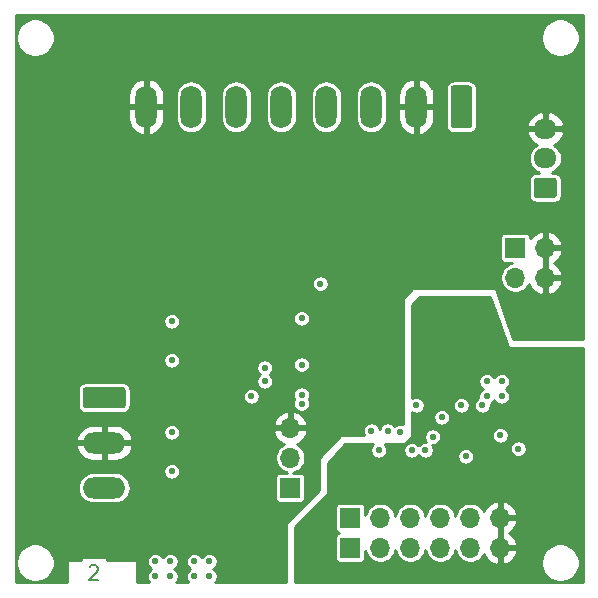
<source format=gbr>
G04 #@! TF.GenerationSoftware,KiCad,Pcbnew,(5.1.5)-2*
G04 #@! TF.CreationDate,2020-08-01T22:44:24+08:00*
G04 #@! TF.ProjectId,Module_ADS1263,4d6f6475-6c65-45f4-9144-53313236332e,rev?*
G04 #@! TF.SameCoordinates,Original*
G04 #@! TF.FileFunction,Copper,L2,Inr*
G04 #@! TF.FilePolarity,Positive*
%FSLAX46Y46*%
G04 Gerber Fmt 4.6, Leading zero omitted, Abs format (unit mm)*
G04 Created by KiCad (PCBNEW (5.1.5)-2) date 2020-08-01 22:44:24*
%MOMM*%
%LPD*%
G04 APERTURE LIST*
%ADD10C,0.203200*%
%ADD11O,1.700000X1.700000*%
%ADD12R,1.700000X1.700000*%
%ADD13O,1.950000X1.700000*%
%ADD14C,0.100000*%
%ADD15O,3.600000X1.800000*%
%ADD16O,1.800000X3.600000*%
%ADD17C,0.558800*%
%ADD18C,0.254000*%
G04 APERTURE END LIST*
D10*
X108744657Y-129877457D02*
X108802714Y-129819400D01*
X108918828Y-129761342D01*
X109209114Y-129761342D01*
X109325228Y-129819400D01*
X109383285Y-129877457D01*
X109441342Y-129993571D01*
X109441342Y-130109685D01*
X109383285Y-130283857D01*
X108686600Y-130980542D01*
X109441342Y-130980542D01*
D11*
X147320000Y-105410000D03*
X144780000Y-105410000D03*
X147320000Y-102870000D03*
D12*
X144780000Y-102870000D03*
D13*
X147320000Y-92790000D03*
X147320000Y-95290000D03*
G04 #@! TA.AperFunction,ViaPad*
D14*
G36*
X148069504Y-96941204D02*
G01*
X148093773Y-96944804D01*
X148117571Y-96950765D01*
X148140671Y-96959030D01*
X148162849Y-96969520D01*
X148183893Y-96982133D01*
X148203598Y-96996747D01*
X148221777Y-97013223D01*
X148238253Y-97031402D01*
X148252867Y-97051107D01*
X148265480Y-97072151D01*
X148275970Y-97094329D01*
X148284235Y-97117429D01*
X148290196Y-97141227D01*
X148293796Y-97165496D01*
X148295000Y-97190000D01*
X148295000Y-98390000D01*
X148293796Y-98414504D01*
X148290196Y-98438773D01*
X148284235Y-98462571D01*
X148275970Y-98485671D01*
X148265480Y-98507849D01*
X148252867Y-98528893D01*
X148238253Y-98548598D01*
X148221777Y-98566777D01*
X148203598Y-98583253D01*
X148183893Y-98597867D01*
X148162849Y-98610480D01*
X148140671Y-98620970D01*
X148117571Y-98629235D01*
X148093773Y-98635196D01*
X148069504Y-98638796D01*
X148045000Y-98640000D01*
X146595000Y-98640000D01*
X146570496Y-98638796D01*
X146546227Y-98635196D01*
X146522429Y-98629235D01*
X146499329Y-98620970D01*
X146477151Y-98610480D01*
X146456107Y-98597867D01*
X146436402Y-98583253D01*
X146418223Y-98566777D01*
X146401747Y-98548598D01*
X146387133Y-98528893D01*
X146374520Y-98507849D01*
X146364030Y-98485671D01*
X146355765Y-98462571D01*
X146349804Y-98438773D01*
X146346204Y-98414504D01*
X146345000Y-98390000D01*
X146345000Y-97190000D01*
X146346204Y-97165496D01*
X146349804Y-97141227D01*
X146355765Y-97117429D01*
X146364030Y-97094329D01*
X146374520Y-97072151D01*
X146387133Y-97051107D01*
X146401747Y-97031402D01*
X146418223Y-97013223D01*
X146436402Y-96996747D01*
X146456107Y-96982133D01*
X146477151Y-96969520D01*
X146499329Y-96959030D01*
X146522429Y-96950765D01*
X146546227Y-96944804D01*
X146570496Y-96941204D01*
X146595000Y-96940000D01*
X148045000Y-96940000D01*
X148069504Y-96941204D01*
G37*
G04 #@! TD.AperFunction*
D11*
X143510000Y-128270000D03*
X140970000Y-128270000D03*
X138430000Y-128270000D03*
X135890000Y-128270000D03*
X133350000Y-128270000D03*
D12*
X130810000Y-128270000D03*
D11*
X143510000Y-125730000D03*
X140970000Y-125730000D03*
X138430000Y-125730000D03*
X135890000Y-125730000D03*
X133350000Y-125730000D03*
D12*
X130810000Y-125730000D03*
D15*
X109982000Y-123190000D03*
X109982000Y-119380000D03*
G04 #@! TA.AperFunction,ViaPad*
D14*
G36*
X111556504Y-114671204D02*
G01*
X111580773Y-114674804D01*
X111604571Y-114680765D01*
X111627671Y-114689030D01*
X111649849Y-114699520D01*
X111670893Y-114712133D01*
X111690598Y-114726747D01*
X111708777Y-114743223D01*
X111725253Y-114761402D01*
X111739867Y-114781107D01*
X111752480Y-114802151D01*
X111762970Y-114824329D01*
X111771235Y-114847429D01*
X111777196Y-114871227D01*
X111780796Y-114895496D01*
X111782000Y-114920000D01*
X111782000Y-116220000D01*
X111780796Y-116244504D01*
X111777196Y-116268773D01*
X111771235Y-116292571D01*
X111762970Y-116315671D01*
X111752480Y-116337849D01*
X111739867Y-116358893D01*
X111725253Y-116378598D01*
X111708777Y-116396777D01*
X111690598Y-116413253D01*
X111670893Y-116427867D01*
X111649849Y-116440480D01*
X111627671Y-116450970D01*
X111604571Y-116459235D01*
X111580773Y-116465196D01*
X111556504Y-116468796D01*
X111532000Y-116470000D01*
X108432000Y-116470000D01*
X108407496Y-116468796D01*
X108383227Y-116465196D01*
X108359429Y-116459235D01*
X108336329Y-116450970D01*
X108314151Y-116440480D01*
X108293107Y-116427867D01*
X108273402Y-116413253D01*
X108255223Y-116396777D01*
X108238747Y-116378598D01*
X108224133Y-116358893D01*
X108211520Y-116337849D01*
X108201030Y-116315671D01*
X108192765Y-116292571D01*
X108186804Y-116268773D01*
X108183204Y-116244504D01*
X108182000Y-116220000D01*
X108182000Y-114920000D01*
X108183204Y-114895496D01*
X108186804Y-114871227D01*
X108192765Y-114847429D01*
X108201030Y-114824329D01*
X108211520Y-114802151D01*
X108224133Y-114781107D01*
X108238747Y-114761402D01*
X108255223Y-114743223D01*
X108273402Y-114726747D01*
X108293107Y-114712133D01*
X108314151Y-114699520D01*
X108336329Y-114689030D01*
X108359429Y-114680765D01*
X108383227Y-114674804D01*
X108407496Y-114671204D01*
X108432000Y-114670000D01*
X111532000Y-114670000D01*
X111556504Y-114671204D01*
G37*
G04 #@! TD.AperFunction*
D16*
X113538000Y-90932000D03*
X117348000Y-90932000D03*
X121158000Y-90932000D03*
X124968000Y-90932000D03*
X128778000Y-90932000D03*
X132588000Y-90932000D03*
X136398000Y-90932000D03*
G04 #@! TA.AperFunction,ViaPad*
D14*
G36*
X140882504Y-89133204D02*
G01*
X140906773Y-89136804D01*
X140930571Y-89142765D01*
X140953671Y-89151030D01*
X140975849Y-89161520D01*
X140996893Y-89174133D01*
X141016598Y-89188747D01*
X141034777Y-89205223D01*
X141051253Y-89223402D01*
X141065867Y-89243107D01*
X141078480Y-89264151D01*
X141088970Y-89286329D01*
X141097235Y-89309429D01*
X141103196Y-89333227D01*
X141106796Y-89357496D01*
X141108000Y-89382000D01*
X141108000Y-92482000D01*
X141106796Y-92506504D01*
X141103196Y-92530773D01*
X141097235Y-92554571D01*
X141088970Y-92577671D01*
X141078480Y-92599849D01*
X141065867Y-92620893D01*
X141051253Y-92640598D01*
X141034777Y-92658777D01*
X141016598Y-92675253D01*
X140996893Y-92689867D01*
X140975849Y-92702480D01*
X140953671Y-92712970D01*
X140930571Y-92721235D01*
X140906773Y-92727196D01*
X140882504Y-92730796D01*
X140858000Y-92732000D01*
X139558000Y-92732000D01*
X139533496Y-92730796D01*
X139509227Y-92727196D01*
X139485429Y-92721235D01*
X139462329Y-92712970D01*
X139440151Y-92702480D01*
X139419107Y-92689867D01*
X139399402Y-92675253D01*
X139381223Y-92658777D01*
X139364747Y-92640598D01*
X139350133Y-92620893D01*
X139337520Y-92599849D01*
X139327030Y-92577671D01*
X139318765Y-92554571D01*
X139312804Y-92530773D01*
X139309204Y-92506504D01*
X139308000Y-92482000D01*
X139308000Y-89382000D01*
X139309204Y-89357496D01*
X139312804Y-89333227D01*
X139318765Y-89309429D01*
X139327030Y-89286329D01*
X139337520Y-89264151D01*
X139350133Y-89243107D01*
X139364747Y-89223402D01*
X139381223Y-89205223D01*
X139399402Y-89188747D01*
X139419107Y-89174133D01*
X139440151Y-89161520D01*
X139462329Y-89151030D01*
X139485429Y-89142765D01*
X139509227Y-89136804D01*
X139533496Y-89133204D01*
X139558000Y-89132000D01*
X140858000Y-89132000D01*
X140882504Y-89133204D01*
G37*
G04 #@! TD.AperFunction*
D11*
X125730000Y-118110000D03*
X125730000Y-120650000D03*
D12*
X125730000Y-123190000D03*
D17*
X104648000Y-107569000D03*
X103124000Y-107569000D03*
X104648000Y-101981000D03*
X103124000Y-101981000D03*
X104648000Y-94869000D03*
X103124000Y-94869000D03*
X104648000Y-89281000D03*
X103124000Y-89281000D03*
X114173000Y-97790000D03*
X114173000Y-99060000D03*
X137668000Y-95885000D03*
X137668000Y-97155000D03*
X130048000Y-100330000D03*
X131318000Y-100330000D03*
X137668000Y-103505000D03*
X137668000Y-104775000D03*
X122428000Y-100330000D03*
X123698000Y-100330000D03*
X113284000Y-117602000D03*
X114554000Y-117602000D03*
X117856000Y-116840000D03*
X119126000Y-116840000D03*
X120396000Y-116840000D03*
X117856000Y-124968000D03*
X119126000Y-124968000D03*
X114808000Y-107696000D03*
X116840000Y-107696000D03*
X118364000Y-108712000D03*
X120142000Y-108712000D03*
X123190000Y-117602000D03*
X124968000Y-113538000D03*
X124460000Y-115697000D03*
X123444000Y-129413000D03*
X124714000Y-129413000D03*
X123444000Y-130683000D03*
X124714000Y-130683000D03*
X148844000Y-109982000D03*
X148844000Y-108712000D03*
X150114000Y-109982000D03*
X150114000Y-108712000D03*
X103124000Y-97155000D03*
X103124000Y-98425000D03*
X103124000Y-99695000D03*
X106807000Y-107569000D03*
X108077000Y-107569000D03*
X109347000Y-107569000D03*
X106807000Y-89281000D03*
X108077000Y-89281000D03*
X109347000Y-89281000D03*
X133985000Y-118364000D03*
X126682500Y-115316000D03*
X126682500Y-116078000D03*
X126682500Y-108839000D03*
X117602000Y-129413000D03*
X118872000Y-129413000D03*
X118872000Y-130683000D03*
X117602000Y-130683000D03*
X132588000Y-118364000D03*
X126682500Y-112776000D03*
X114300000Y-129413000D03*
X115570000Y-129413000D03*
X114300000Y-130683000D03*
X115570000Y-130683000D03*
X123571000Y-113030000D03*
X123571000Y-114173000D03*
X122428000Y-115443000D03*
X128270000Y-105918000D03*
X136398000Y-108839000D03*
X139192000Y-107822994D03*
X126746000Y-129413000D03*
X128016000Y-129413000D03*
X128016000Y-130683000D03*
X126746000Y-130683000D03*
X148844000Y-111887000D03*
X150114000Y-111887000D03*
X148844000Y-113157000D03*
X150114000Y-113157000D03*
X148463000Y-115316000D03*
X149606000Y-115316000D03*
X143256000Y-111506000D03*
X143256000Y-109982000D03*
X141986000Y-116205000D03*
X142367000Y-114173000D03*
X143637000Y-114173000D03*
X143637000Y-115443000D03*
X142367000Y-115443000D03*
X145034000Y-119888000D03*
X143510000Y-118745000D03*
X137795000Y-118872000D03*
X133223000Y-120015000D03*
X138557000Y-117221000D03*
X136016996Y-120015000D03*
X140208000Y-116205000D03*
X136398000Y-116205000D03*
X137160000Y-120015000D03*
X135001000Y-118491000D03*
X140589000Y-120523000D03*
X115693500Y-118494500D03*
X115697000Y-121793000D03*
X115693500Y-109096500D03*
X115697000Y-112395000D03*
D18*
G36*
X150495000Y-110617000D02*
G01*
X144615855Y-110617000D01*
X143121760Y-106383732D01*
X143111213Y-106361180D01*
X143096468Y-106341119D01*
X143078094Y-106324320D01*
X143056795Y-106311429D01*
X143033390Y-106302940D01*
X143002000Y-106299000D01*
X136144000Y-106299000D01*
X136119224Y-106301440D01*
X136095399Y-106308667D01*
X136073443Y-106320403D01*
X136054197Y-106336197D01*
X135292197Y-107098197D01*
X135276403Y-107117443D01*
X135264667Y-107139399D01*
X135257440Y-107163224D01*
X135255000Y-107188000D01*
X135255000Y-117803394D01*
X135238723Y-117819671D01*
X135208449Y-117807131D01*
X135071047Y-117779800D01*
X134930953Y-117779800D01*
X134793551Y-117807131D01*
X134664121Y-117860743D01*
X134553483Y-117934669D01*
X134537425Y-117910637D01*
X134438363Y-117811575D01*
X134321879Y-117733743D01*
X134192449Y-117680131D01*
X134055047Y-117652800D01*
X133914953Y-117652800D01*
X133777551Y-117680131D01*
X133648121Y-117733743D01*
X133531637Y-117811575D01*
X133432575Y-117910637D01*
X133354743Y-118027121D01*
X133301131Y-118156551D01*
X133286500Y-118230106D01*
X133271869Y-118156551D01*
X133218257Y-118027121D01*
X133140425Y-117910637D01*
X133041363Y-117811575D01*
X132924879Y-117733743D01*
X132795449Y-117680131D01*
X132658047Y-117652800D01*
X132517953Y-117652800D01*
X132380551Y-117680131D01*
X132251121Y-117733743D01*
X132134637Y-117811575D01*
X132035575Y-117910637D01*
X131957743Y-118027121D01*
X131904131Y-118156551D01*
X131876800Y-118293953D01*
X131876800Y-118434047D01*
X131904131Y-118571449D01*
X131957743Y-118700879D01*
X131987224Y-118745000D01*
X130048000Y-118745000D01*
X130023224Y-118747440D01*
X129999399Y-118754667D01*
X129977443Y-118766403D01*
X129955156Y-118785346D01*
X128177156Y-120690346D01*
X128162035Y-120710124D01*
X128151062Y-120732472D01*
X128144660Y-120756531D01*
X128143000Y-120777000D01*
X128143000Y-123391394D01*
X125386197Y-126148197D01*
X125370403Y-126167443D01*
X125358667Y-126189399D01*
X125351440Y-126213224D01*
X125349000Y-126238000D01*
X125349000Y-131191000D01*
X119369788Y-131191000D01*
X119424425Y-131136363D01*
X119502257Y-131019879D01*
X119555869Y-130890449D01*
X119583200Y-130753047D01*
X119583200Y-130612953D01*
X119555869Y-130475551D01*
X119502257Y-130346121D01*
X119424425Y-130229637D01*
X119325363Y-130130575D01*
X119208879Y-130052743D01*
X119197428Y-130048000D01*
X119208879Y-130043257D01*
X119325363Y-129965425D01*
X119424425Y-129866363D01*
X119502257Y-129749879D01*
X119555869Y-129620449D01*
X119583200Y-129483047D01*
X119583200Y-129342953D01*
X119555869Y-129205551D01*
X119502257Y-129076121D01*
X119424425Y-128959637D01*
X119325363Y-128860575D01*
X119208879Y-128782743D01*
X119079449Y-128729131D01*
X118942047Y-128701800D01*
X118801953Y-128701800D01*
X118664551Y-128729131D01*
X118535121Y-128782743D01*
X118418637Y-128860575D01*
X118319575Y-128959637D01*
X118241743Y-129076121D01*
X118237000Y-129087572D01*
X118232257Y-129076121D01*
X118154425Y-128959637D01*
X118055363Y-128860575D01*
X117938879Y-128782743D01*
X117809449Y-128729131D01*
X117672047Y-128701800D01*
X117531953Y-128701800D01*
X117394551Y-128729131D01*
X117265121Y-128782743D01*
X117148637Y-128860575D01*
X117049575Y-128959637D01*
X116971743Y-129076121D01*
X116918131Y-129205551D01*
X116890800Y-129342953D01*
X116890800Y-129483047D01*
X116918131Y-129620449D01*
X116971743Y-129749879D01*
X117049575Y-129866363D01*
X117148637Y-129965425D01*
X117265121Y-130043257D01*
X117276572Y-130048000D01*
X117265121Y-130052743D01*
X117148637Y-130130575D01*
X117049575Y-130229637D01*
X116971743Y-130346121D01*
X116918131Y-130475551D01*
X116890800Y-130612953D01*
X116890800Y-130753047D01*
X116918131Y-130890449D01*
X116971743Y-131019879D01*
X117049575Y-131136363D01*
X117104212Y-131191000D01*
X116067788Y-131191000D01*
X116122425Y-131136363D01*
X116200257Y-131019879D01*
X116253869Y-130890449D01*
X116281200Y-130753047D01*
X116281200Y-130612953D01*
X116253869Y-130475551D01*
X116200257Y-130346121D01*
X116122425Y-130229637D01*
X116023363Y-130130575D01*
X115906879Y-130052743D01*
X115895428Y-130048000D01*
X115906879Y-130043257D01*
X116023363Y-129965425D01*
X116122425Y-129866363D01*
X116200257Y-129749879D01*
X116253869Y-129620449D01*
X116281200Y-129483047D01*
X116281200Y-129342953D01*
X116253869Y-129205551D01*
X116200257Y-129076121D01*
X116122425Y-128959637D01*
X116023363Y-128860575D01*
X115906879Y-128782743D01*
X115777449Y-128729131D01*
X115640047Y-128701800D01*
X115499953Y-128701800D01*
X115362551Y-128729131D01*
X115233121Y-128782743D01*
X115116637Y-128860575D01*
X115017575Y-128959637D01*
X114939743Y-129076121D01*
X114935000Y-129087572D01*
X114930257Y-129076121D01*
X114852425Y-128959637D01*
X114753363Y-128860575D01*
X114636879Y-128782743D01*
X114507449Y-128729131D01*
X114370047Y-128701800D01*
X114229953Y-128701800D01*
X114092551Y-128729131D01*
X113963121Y-128782743D01*
X113846637Y-128860575D01*
X113747575Y-128959637D01*
X113669743Y-129076121D01*
X113616131Y-129205551D01*
X113588800Y-129342953D01*
X113588800Y-129483047D01*
X113616131Y-129620449D01*
X113669743Y-129749879D01*
X113747575Y-129866363D01*
X113846637Y-129965425D01*
X113963121Y-130043257D01*
X113974572Y-130048000D01*
X113963121Y-130052743D01*
X113846637Y-130130575D01*
X113747575Y-130229637D01*
X113669743Y-130346121D01*
X113616131Y-130475551D01*
X113588800Y-130612953D01*
X113588800Y-130753047D01*
X113616131Y-130890449D01*
X113669743Y-131019879D01*
X113747575Y-131136363D01*
X113802212Y-131191000D01*
X112776000Y-131191000D01*
X112776000Y-129413000D01*
X112773560Y-129388224D01*
X112766333Y-129364399D01*
X112754597Y-129342443D01*
X112738803Y-129323197D01*
X112719557Y-129307403D01*
X112697601Y-129295667D01*
X112673776Y-129288440D01*
X112649000Y-129286000D01*
X110206972Y-129286000D01*
X110206972Y-129068576D01*
X107979029Y-129068576D01*
X107979029Y-129286000D01*
X106934000Y-129286000D01*
X106909224Y-129288440D01*
X106885399Y-129295667D01*
X106863443Y-129307403D01*
X106844197Y-129323197D01*
X106828403Y-129342443D01*
X106816667Y-129364399D01*
X106809440Y-129388224D01*
X106807000Y-129413000D01*
X106807000Y-131191000D01*
X102489000Y-131191000D01*
X102489000Y-129377938D01*
X102494562Y-129377938D01*
X102494562Y-129702062D01*
X102557795Y-130019957D01*
X102681831Y-130319407D01*
X102861905Y-130588906D01*
X103091094Y-130818095D01*
X103360593Y-130998169D01*
X103660043Y-131122205D01*
X103977938Y-131185438D01*
X104302062Y-131185438D01*
X104619957Y-131122205D01*
X104919407Y-130998169D01*
X105188906Y-130818095D01*
X105418095Y-130588906D01*
X105598169Y-130319407D01*
X105722205Y-130019957D01*
X105785438Y-129702062D01*
X105785438Y-129377938D01*
X105722205Y-129060043D01*
X105598169Y-128760593D01*
X105418095Y-128491094D01*
X105188906Y-128261905D01*
X104919407Y-128081831D01*
X104619957Y-127957795D01*
X104302062Y-127894562D01*
X103977938Y-127894562D01*
X103660043Y-127957795D01*
X103360593Y-128081831D01*
X103091094Y-128261905D01*
X102861905Y-128491094D01*
X102681831Y-128760593D01*
X102557795Y-129060043D01*
X102494562Y-129377938D01*
X102489000Y-129377938D01*
X102489000Y-123190000D01*
X107743756Y-123190000D01*
X107769470Y-123451078D01*
X107845624Y-123702124D01*
X107969291Y-123933489D01*
X108135719Y-124136281D01*
X108338511Y-124302709D01*
X108569876Y-124426376D01*
X108820922Y-124502530D01*
X109016573Y-124521800D01*
X110947427Y-124521800D01*
X111143078Y-124502530D01*
X111394124Y-124426376D01*
X111625489Y-124302709D01*
X111828281Y-124136281D01*
X111994709Y-123933489D01*
X112118376Y-123702124D01*
X112194530Y-123451078D01*
X112220244Y-123190000D01*
X112194530Y-122928922D01*
X112118376Y-122677876D01*
X111994709Y-122446511D01*
X111828281Y-122243719D01*
X111625489Y-122077291D01*
X111394124Y-121953624D01*
X111143078Y-121877470D01*
X110947427Y-121858200D01*
X109016573Y-121858200D01*
X108820922Y-121877470D01*
X108569876Y-121953624D01*
X108338511Y-122077291D01*
X108135719Y-122243719D01*
X107969291Y-122446511D01*
X107845624Y-122677876D01*
X107769470Y-122928922D01*
X107743756Y-123190000D01*
X102489000Y-123190000D01*
X102489000Y-121722953D01*
X114985800Y-121722953D01*
X114985800Y-121863047D01*
X115013131Y-122000449D01*
X115066743Y-122129879D01*
X115144575Y-122246363D01*
X115243637Y-122345425D01*
X115360121Y-122423257D01*
X115489551Y-122476869D01*
X115626953Y-122504200D01*
X115767047Y-122504200D01*
X115904449Y-122476869D01*
X116033879Y-122423257D01*
X116150363Y-122345425D01*
X116249425Y-122246363D01*
X116327257Y-122129879D01*
X116380869Y-122000449D01*
X116408200Y-121863047D01*
X116408200Y-121722953D01*
X116380869Y-121585551D01*
X116327257Y-121456121D01*
X116249425Y-121339637D01*
X116150363Y-121240575D01*
X116033879Y-121162743D01*
X115904449Y-121109131D01*
X115767047Y-121081800D01*
X115626953Y-121081800D01*
X115489551Y-121109131D01*
X115360121Y-121162743D01*
X115243637Y-121240575D01*
X115144575Y-121339637D01*
X115066743Y-121456121D01*
X115013131Y-121585551D01*
X114985800Y-121722953D01*
X102489000Y-121722953D01*
X102489000Y-119744740D01*
X107590964Y-119744740D01*
X107615245Y-119850087D01*
X107735138Y-120127204D01*
X107906790Y-120375606D01*
X108123604Y-120585748D01*
X108377249Y-120749554D01*
X108657977Y-120860729D01*
X108955000Y-120915000D01*
X109855000Y-120915000D01*
X109855000Y-119507000D01*
X110109000Y-119507000D01*
X110109000Y-120915000D01*
X111009000Y-120915000D01*
X111306023Y-120860729D01*
X111586751Y-120749554D01*
X111840396Y-120585748D01*
X112057210Y-120375606D01*
X112228862Y-120127204D01*
X112348755Y-119850087D01*
X112373036Y-119744740D01*
X112252378Y-119507000D01*
X110109000Y-119507000D01*
X109855000Y-119507000D01*
X107711622Y-119507000D01*
X107590964Y-119744740D01*
X102489000Y-119744740D01*
X102489000Y-119015260D01*
X107590964Y-119015260D01*
X107711622Y-119253000D01*
X109855000Y-119253000D01*
X109855000Y-117845000D01*
X110109000Y-117845000D01*
X110109000Y-119253000D01*
X112252378Y-119253000D01*
X112373036Y-119015260D01*
X112348755Y-118909913D01*
X112228862Y-118632796D01*
X112084892Y-118424453D01*
X114982300Y-118424453D01*
X114982300Y-118564547D01*
X115009631Y-118701949D01*
X115063243Y-118831379D01*
X115141075Y-118947863D01*
X115240137Y-119046925D01*
X115356621Y-119124757D01*
X115486051Y-119178369D01*
X115623453Y-119205700D01*
X115763547Y-119205700D01*
X115900949Y-119178369D01*
X116030379Y-119124757D01*
X116146863Y-119046925D01*
X116245925Y-118947863D01*
X116323757Y-118831379D01*
X116377369Y-118701949D01*
X116404700Y-118564547D01*
X116404700Y-118466890D01*
X124288524Y-118466890D01*
X124333175Y-118614099D01*
X124458359Y-118876920D01*
X124632412Y-119110269D01*
X124848645Y-119305178D01*
X125098748Y-119454157D01*
X125189660Y-119486406D01*
X125122840Y-119514084D01*
X124912900Y-119654361D01*
X124734361Y-119832900D01*
X124594084Y-120042840D01*
X124497459Y-120276113D01*
X124448200Y-120523754D01*
X124448200Y-120776246D01*
X124497459Y-121023887D01*
X124594084Y-121257160D01*
X124734361Y-121467100D01*
X124912900Y-121645639D01*
X125122840Y-121785916D01*
X125356113Y-121882541D01*
X125474607Y-121906111D01*
X124880000Y-121906111D01*
X124795352Y-121914448D01*
X124713958Y-121939139D01*
X124638944Y-121979234D01*
X124573194Y-122033194D01*
X124519234Y-122098944D01*
X124479139Y-122173958D01*
X124454448Y-122255352D01*
X124446111Y-122340000D01*
X124446111Y-124040000D01*
X124454448Y-124124648D01*
X124479139Y-124206042D01*
X124519234Y-124281056D01*
X124573194Y-124346806D01*
X124638944Y-124400766D01*
X124713958Y-124440861D01*
X124795352Y-124465552D01*
X124880000Y-124473889D01*
X126580000Y-124473889D01*
X126664648Y-124465552D01*
X126746042Y-124440861D01*
X126821056Y-124400766D01*
X126886806Y-124346806D01*
X126940766Y-124281056D01*
X126980861Y-124206042D01*
X127005552Y-124124648D01*
X127013889Y-124040000D01*
X127013889Y-122340000D01*
X127005552Y-122255352D01*
X126980861Y-122173958D01*
X126940766Y-122098944D01*
X126886806Y-122033194D01*
X126821056Y-121979234D01*
X126746042Y-121939139D01*
X126664648Y-121914448D01*
X126580000Y-121906111D01*
X125985393Y-121906111D01*
X126103887Y-121882541D01*
X126337160Y-121785916D01*
X126547100Y-121645639D01*
X126725639Y-121467100D01*
X126865916Y-121257160D01*
X126962541Y-121023887D01*
X127011800Y-120776246D01*
X127011800Y-120523754D01*
X126962541Y-120276113D01*
X126865916Y-120042840D01*
X126725639Y-119832900D01*
X126547100Y-119654361D01*
X126337160Y-119514084D01*
X126270340Y-119486406D01*
X126361252Y-119454157D01*
X126611355Y-119305178D01*
X126827588Y-119110269D01*
X127001641Y-118876920D01*
X127126825Y-118614099D01*
X127171476Y-118466890D01*
X127050155Y-118237000D01*
X125857000Y-118237000D01*
X125857000Y-118257000D01*
X125603000Y-118257000D01*
X125603000Y-118237000D01*
X124409845Y-118237000D01*
X124288524Y-118466890D01*
X116404700Y-118466890D01*
X116404700Y-118424453D01*
X116377369Y-118287051D01*
X116323757Y-118157621D01*
X116245925Y-118041137D01*
X116146863Y-117942075D01*
X116030379Y-117864243D01*
X115900949Y-117810631D01*
X115763547Y-117783300D01*
X115623453Y-117783300D01*
X115486051Y-117810631D01*
X115356621Y-117864243D01*
X115240137Y-117942075D01*
X115141075Y-118041137D01*
X115063243Y-118157621D01*
X115009631Y-118287051D01*
X114982300Y-118424453D01*
X112084892Y-118424453D01*
X112057210Y-118384394D01*
X111840396Y-118174252D01*
X111586751Y-118010446D01*
X111306023Y-117899271D01*
X111009000Y-117845000D01*
X110109000Y-117845000D01*
X109855000Y-117845000D01*
X108955000Y-117845000D01*
X108657977Y-117899271D01*
X108377249Y-118010446D01*
X108123604Y-118174252D01*
X107906790Y-118384394D01*
X107735138Y-118632796D01*
X107615245Y-118909913D01*
X107590964Y-119015260D01*
X102489000Y-119015260D01*
X102489000Y-117753110D01*
X124288524Y-117753110D01*
X124409845Y-117983000D01*
X125603000Y-117983000D01*
X125603000Y-116789186D01*
X125857000Y-116789186D01*
X125857000Y-117983000D01*
X127050155Y-117983000D01*
X127171476Y-117753110D01*
X127126825Y-117605901D01*
X127001641Y-117343080D01*
X126827588Y-117109731D01*
X126611355Y-116914822D01*
X126361252Y-116765843D01*
X126086891Y-116668519D01*
X125857000Y-116789186D01*
X125603000Y-116789186D01*
X125373109Y-116668519D01*
X125098748Y-116765843D01*
X124848645Y-116914822D01*
X124632412Y-117109731D01*
X124458359Y-117343080D01*
X124333175Y-117605901D01*
X124288524Y-117753110D01*
X102489000Y-117753110D01*
X102489000Y-114920000D01*
X107748111Y-114920000D01*
X107748111Y-116220000D01*
X107761252Y-116353420D01*
X107800169Y-116481713D01*
X107863367Y-116599948D01*
X107948417Y-116703583D01*
X108052052Y-116788633D01*
X108170287Y-116851831D01*
X108298580Y-116890748D01*
X108432000Y-116903889D01*
X111532000Y-116903889D01*
X111665420Y-116890748D01*
X111793713Y-116851831D01*
X111911948Y-116788633D01*
X112015583Y-116703583D01*
X112100633Y-116599948D01*
X112163831Y-116481713D01*
X112202748Y-116353420D01*
X112215889Y-116220000D01*
X112215889Y-115372953D01*
X121716800Y-115372953D01*
X121716800Y-115513047D01*
X121744131Y-115650449D01*
X121797743Y-115779879D01*
X121875575Y-115896363D01*
X121974637Y-115995425D01*
X122091121Y-116073257D01*
X122220551Y-116126869D01*
X122357953Y-116154200D01*
X122498047Y-116154200D01*
X122635449Y-116126869D01*
X122764879Y-116073257D01*
X122881363Y-115995425D01*
X122980425Y-115896363D01*
X123058257Y-115779879D01*
X123111869Y-115650449D01*
X123139200Y-115513047D01*
X123139200Y-115372953D01*
X123113939Y-115245953D01*
X125971300Y-115245953D01*
X125971300Y-115386047D01*
X125998631Y-115523449D01*
X126052243Y-115652879D01*
X126081724Y-115697000D01*
X126052243Y-115741121D01*
X125998631Y-115870551D01*
X125971300Y-116007953D01*
X125971300Y-116148047D01*
X125998631Y-116285449D01*
X126052243Y-116414879D01*
X126130075Y-116531363D01*
X126229137Y-116630425D01*
X126345621Y-116708257D01*
X126475051Y-116761869D01*
X126612453Y-116789200D01*
X126752547Y-116789200D01*
X126889949Y-116761869D01*
X127019379Y-116708257D01*
X127135863Y-116630425D01*
X127234925Y-116531363D01*
X127312757Y-116414879D01*
X127366369Y-116285449D01*
X127393700Y-116148047D01*
X127393700Y-116007953D01*
X127366369Y-115870551D01*
X127312757Y-115741121D01*
X127283276Y-115697000D01*
X127312757Y-115652879D01*
X127366369Y-115523449D01*
X127393700Y-115386047D01*
X127393700Y-115245953D01*
X127366369Y-115108551D01*
X127312757Y-114979121D01*
X127234925Y-114862637D01*
X127135863Y-114763575D01*
X127019379Y-114685743D01*
X126889949Y-114632131D01*
X126752547Y-114604800D01*
X126612453Y-114604800D01*
X126475051Y-114632131D01*
X126345621Y-114685743D01*
X126229137Y-114763575D01*
X126130075Y-114862637D01*
X126052243Y-114979121D01*
X125998631Y-115108551D01*
X125971300Y-115245953D01*
X123113939Y-115245953D01*
X123111869Y-115235551D01*
X123058257Y-115106121D01*
X122980425Y-114989637D01*
X122881363Y-114890575D01*
X122764879Y-114812743D01*
X122635449Y-114759131D01*
X122498047Y-114731800D01*
X122357953Y-114731800D01*
X122220551Y-114759131D01*
X122091121Y-114812743D01*
X121974637Y-114890575D01*
X121875575Y-114989637D01*
X121797743Y-115106121D01*
X121744131Y-115235551D01*
X121716800Y-115372953D01*
X112215889Y-115372953D01*
X112215889Y-114920000D01*
X112202748Y-114786580D01*
X112163831Y-114658287D01*
X112100633Y-114540052D01*
X112015583Y-114436417D01*
X111911948Y-114351367D01*
X111793713Y-114288169D01*
X111665420Y-114249252D01*
X111532000Y-114236111D01*
X108432000Y-114236111D01*
X108298580Y-114249252D01*
X108170287Y-114288169D01*
X108052052Y-114351367D01*
X107948417Y-114436417D01*
X107863367Y-114540052D01*
X107800169Y-114658287D01*
X107761252Y-114786580D01*
X107748111Y-114920000D01*
X102489000Y-114920000D01*
X102489000Y-112324953D01*
X114985800Y-112324953D01*
X114985800Y-112465047D01*
X115013131Y-112602449D01*
X115066743Y-112731879D01*
X115144575Y-112848363D01*
X115243637Y-112947425D01*
X115360121Y-113025257D01*
X115489551Y-113078869D01*
X115626953Y-113106200D01*
X115767047Y-113106200D01*
X115904449Y-113078869D01*
X116033879Y-113025257D01*
X116131613Y-112959953D01*
X122859800Y-112959953D01*
X122859800Y-113100047D01*
X122887131Y-113237449D01*
X122940743Y-113366879D01*
X123018575Y-113483363D01*
X123117637Y-113582425D01*
X123146185Y-113601500D01*
X123117637Y-113620575D01*
X123018575Y-113719637D01*
X122940743Y-113836121D01*
X122887131Y-113965551D01*
X122859800Y-114102953D01*
X122859800Y-114243047D01*
X122887131Y-114380449D01*
X122940743Y-114509879D01*
X123018575Y-114626363D01*
X123117637Y-114725425D01*
X123234121Y-114803257D01*
X123363551Y-114856869D01*
X123500953Y-114884200D01*
X123641047Y-114884200D01*
X123778449Y-114856869D01*
X123907879Y-114803257D01*
X124024363Y-114725425D01*
X124123425Y-114626363D01*
X124201257Y-114509879D01*
X124254869Y-114380449D01*
X124282200Y-114243047D01*
X124282200Y-114102953D01*
X124254869Y-113965551D01*
X124201257Y-113836121D01*
X124123425Y-113719637D01*
X124024363Y-113620575D01*
X123995815Y-113601500D01*
X124024363Y-113582425D01*
X124123425Y-113483363D01*
X124201257Y-113366879D01*
X124254869Y-113237449D01*
X124282200Y-113100047D01*
X124282200Y-112959953D01*
X124254869Y-112822551D01*
X124206573Y-112705953D01*
X125971300Y-112705953D01*
X125971300Y-112846047D01*
X125998631Y-112983449D01*
X126052243Y-113112879D01*
X126130075Y-113229363D01*
X126229137Y-113328425D01*
X126345621Y-113406257D01*
X126475051Y-113459869D01*
X126612453Y-113487200D01*
X126752547Y-113487200D01*
X126889949Y-113459869D01*
X127019379Y-113406257D01*
X127135863Y-113328425D01*
X127234925Y-113229363D01*
X127312757Y-113112879D01*
X127366369Y-112983449D01*
X127393700Y-112846047D01*
X127393700Y-112705953D01*
X127366369Y-112568551D01*
X127312757Y-112439121D01*
X127234925Y-112322637D01*
X127135863Y-112223575D01*
X127019379Y-112145743D01*
X126889949Y-112092131D01*
X126752547Y-112064800D01*
X126612453Y-112064800D01*
X126475051Y-112092131D01*
X126345621Y-112145743D01*
X126229137Y-112223575D01*
X126130075Y-112322637D01*
X126052243Y-112439121D01*
X125998631Y-112568551D01*
X125971300Y-112705953D01*
X124206573Y-112705953D01*
X124201257Y-112693121D01*
X124123425Y-112576637D01*
X124024363Y-112477575D01*
X123907879Y-112399743D01*
X123778449Y-112346131D01*
X123641047Y-112318800D01*
X123500953Y-112318800D01*
X123363551Y-112346131D01*
X123234121Y-112399743D01*
X123117637Y-112477575D01*
X123018575Y-112576637D01*
X122940743Y-112693121D01*
X122887131Y-112822551D01*
X122859800Y-112959953D01*
X116131613Y-112959953D01*
X116150363Y-112947425D01*
X116249425Y-112848363D01*
X116327257Y-112731879D01*
X116380869Y-112602449D01*
X116408200Y-112465047D01*
X116408200Y-112324953D01*
X116380869Y-112187551D01*
X116327257Y-112058121D01*
X116249425Y-111941637D01*
X116150363Y-111842575D01*
X116033879Y-111764743D01*
X115904449Y-111711131D01*
X115767047Y-111683800D01*
X115626953Y-111683800D01*
X115489551Y-111711131D01*
X115360121Y-111764743D01*
X115243637Y-111842575D01*
X115144575Y-111941637D01*
X115066743Y-112058121D01*
X115013131Y-112187551D01*
X114985800Y-112324953D01*
X102489000Y-112324953D01*
X102489000Y-109026453D01*
X114982300Y-109026453D01*
X114982300Y-109166547D01*
X115009631Y-109303949D01*
X115063243Y-109433379D01*
X115141075Y-109549863D01*
X115240137Y-109648925D01*
X115356621Y-109726757D01*
X115486051Y-109780369D01*
X115623453Y-109807700D01*
X115763547Y-109807700D01*
X115900949Y-109780369D01*
X116030379Y-109726757D01*
X116146863Y-109648925D01*
X116245925Y-109549863D01*
X116323757Y-109433379D01*
X116377369Y-109303949D01*
X116404700Y-109166547D01*
X116404700Y-109026453D01*
X116377369Y-108889051D01*
X116327623Y-108768953D01*
X125971300Y-108768953D01*
X125971300Y-108909047D01*
X125998631Y-109046449D01*
X126052243Y-109175879D01*
X126130075Y-109292363D01*
X126229137Y-109391425D01*
X126345621Y-109469257D01*
X126475051Y-109522869D01*
X126612453Y-109550200D01*
X126752547Y-109550200D01*
X126889949Y-109522869D01*
X127019379Y-109469257D01*
X127135863Y-109391425D01*
X127234925Y-109292363D01*
X127312757Y-109175879D01*
X127366369Y-109046449D01*
X127393700Y-108909047D01*
X127393700Y-108768953D01*
X127366369Y-108631551D01*
X127312757Y-108502121D01*
X127234925Y-108385637D01*
X127135863Y-108286575D01*
X127019379Y-108208743D01*
X126889949Y-108155131D01*
X126752547Y-108127800D01*
X126612453Y-108127800D01*
X126475051Y-108155131D01*
X126345621Y-108208743D01*
X126229137Y-108286575D01*
X126130075Y-108385637D01*
X126052243Y-108502121D01*
X125998631Y-108631551D01*
X125971300Y-108768953D01*
X116327623Y-108768953D01*
X116323757Y-108759621D01*
X116245925Y-108643137D01*
X116146863Y-108544075D01*
X116030379Y-108466243D01*
X115900949Y-108412631D01*
X115763547Y-108385300D01*
X115623453Y-108385300D01*
X115486051Y-108412631D01*
X115356621Y-108466243D01*
X115240137Y-108544075D01*
X115141075Y-108643137D01*
X115063243Y-108759621D01*
X115009631Y-108889051D01*
X114982300Y-109026453D01*
X102489000Y-109026453D01*
X102489000Y-105847953D01*
X127558800Y-105847953D01*
X127558800Y-105988047D01*
X127586131Y-106125449D01*
X127639743Y-106254879D01*
X127717575Y-106371363D01*
X127816637Y-106470425D01*
X127933121Y-106548257D01*
X128062551Y-106601869D01*
X128199953Y-106629200D01*
X128340047Y-106629200D01*
X128477449Y-106601869D01*
X128606879Y-106548257D01*
X128723363Y-106470425D01*
X128822425Y-106371363D01*
X128900257Y-106254879D01*
X128953869Y-106125449D01*
X128981200Y-105988047D01*
X128981200Y-105847953D01*
X128953869Y-105710551D01*
X128900257Y-105581121D01*
X128822425Y-105464637D01*
X128723363Y-105365575D01*
X128606879Y-105287743D01*
X128477449Y-105234131D01*
X128340047Y-105206800D01*
X128199953Y-105206800D01*
X128062551Y-105234131D01*
X127933121Y-105287743D01*
X127816637Y-105365575D01*
X127717575Y-105464637D01*
X127639743Y-105581121D01*
X127586131Y-105710551D01*
X127558800Y-105847953D01*
X102489000Y-105847953D01*
X102489000Y-102020000D01*
X143496111Y-102020000D01*
X143496111Y-103720000D01*
X143504448Y-103804648D01*
X143529139Y-103886042D01*
X143569234Y-103961056D01*
X143623194Y-104026806D01*
X143688944Y-104080766D01*
X143763958Y-104120861D01*
X143845352Y-104145552D01*
X143930000Y-104153889D01*
X144524607Y-104153889D01*
X144406113Y-104177459D01*
X144172840Y-104274084D01*
X143962900Y-104414361D01*
X143784361Y-104592900D01*
X143644084Y-104802840D01*
X143547459Y-105036113D01*
X143498200Y-105283754D01*
X143498200Y-105536246D01*
X143547459Y-105783887D01*
X143644084Y-106017160D01*
X143784361Y-106227100D01*
X143962900Y-106405639D01*
X144172840Y-106545916D01*
X144406113Y-106642541D01*
X144653754Y-106691800D01*
X144906246Y-106691800D01*
X145153887Y-106642541D01*
X145387160Y-106545916D01*
X145597100Y-106405639D01*
X145775639Y-106227100D01*
X145915916Y-106017160D01*
X145942125Y-105953885D01*
X146048359Y-106176920D01*
X146222412Y-106410269D01*
X146438645Y-106605178D01*
X146688748Y-106754157D01*
X146963109Y-106851481D01*
X147193000Y-106730814D01*
X147193000Y-105537000D01*
X147447000Y-105537000D01*
X147447000Y-106730814D01*
X147676891Y-106851481D01*
X147951252Y-106754157D01*
X148201355Y-106605178D01*
X148417588Y-106410269D01*
X148591641Y-106176920D01*
X148716825Y-105914099D01*
X148761476Y-105766890D01*
X148640155Y-105537000D01*
X147447000Y-105537000D01*
X147193000Y-105537000D01*
X147173000Y-105537000D01*
X147173000Y-105283000D01*
X147193000Y-105283000D01*
X147193000Y-102997000D01*
X147447000Y-102997000D01*
X147447000Y-105283000D01*
X148640155Y-105283000D01*
X148761476Y-105053110D01*
X148716825Y-104905901D01*
X148591641Y-104643080D01*
X148417588Y-104409731D01*
X148201355Y-104214822D01*
X148075745Y-104140000D01*
X148201355Y-104065178D01*
X148417588Y-103870269D01*
X148591641Y-103636920D01*
X148716825Y-103374099D01*
X148761476Y-103226890D01*
X148640155Y-102997000D01*
X147447000Y-102997000D01*
X147193000Y-102997000D01*
X147173000Y-102997000D01*
X147173000Y-102743000D01*
X147193000Y-102743000D01*
X147193000Y-101549186D01*
X147447000Y-101549186D01*
X147447000Y-102743000D01*
X148640155Y-102743000D01*
X148761476Y-102513110D01*
X148716825Y-102365901D01*
X148591641Y-102103080D01*
X148417588Y-101869731D01*
X148201355Y-101674822D01*
X147951252Y-101525843D01*
X147676891Y-101428519D01*
X147447000Y-101549186D01*
X147193000Y-101549186D01*
X146963109Y-101428519D01*
X146688748Y-101525843D01*
X146438645Y-101674822D01*
X146222412Y-101869731D01*
X146063889Y-102082259D01*
X146063889Y-102020000D01*
X146055552Y-101935352D01*
X146030861Y-101853958D01*
X145990766Y-101778944D01*
X145936806Y-101713194D01*
X145871056Y-101659234D01*
X145796042Y-101619139D01*
X145714648Y-101594448D01*
X145630000Y-101586111D01*
X143930000Y-101586111D01*
X143845352Y-101594448D01*
X143763958Y-101619139D01*
X143688944Y-101659234D01*
X143623194Y-101713194D01*
X143569234Y-101778944D01*
X143529139Y-101853958D01*
X143504448Y-101935352D01*
X143496111Y-102020000D01*
X102489000Y-102020000D01*
X102489000Y-91059000D01*
X112003000Y-91059000D01*
X112003000Y-91959000D01*
X112057271Y-92256023D01*
X112168446Y-92536751D01*
X112332252Y-92790396D01*
X112542394Y-93007210D01*
X112790796Y-93178862D01*
X113067913Y-93298755D01*
X113173260Y-93323036D01*
X113411000Y-93202378D01*
X113411000Y-91059000D01*
X113665000Y-91059000D01*
X113665000Y-93202378D01*
X113902740Y-93323036D01*
X114008087Y-93298755D01*
X114285204Y-93178862D01*
X114533606Y-93007210D01*
X114743748Y-92790396D01*
X114907554Y-92536751D01*
X115018729Y-92256023D01*
X115073000Y-91959000D01*
X115073000Y-91059000D01*
X113665000Y-91059000D01*
X113411000Y-91059000D01*
X112003000Y-91059000D01*
X102489000Y-91059000D01*
X102489000Y-89905000D01*
X112003000Y-89905000D01*
X112003000Y-90805000D01*
X113411000Y-90805000D01*
X113411000Y-88661622D01*
X113665000Y-88661622D01*
X113665000Y-90805000D01*
X115073000Y-90805000D01*
X115073000Y-89966573D01*
X116016200Y-89966573D01*
X116016200Y-91897426D01*
X116035470Y-92093077D01*
X116111624Y-92344123D01*
X116235291Y-92575488D01*
X116401719Y-92778281D01*
X116604511Y-92944709D01*
X116835876Y-93068376D01*
X117086922Y-93144530D01*
X117348000Y-93170244D01*
X117609077Y-93144530D01*
X117860123Y-93068376D01*
X118091488Y-92944709D01*
X118294281Y-92778281D01*
X118460709Y-92575489D01*
X118584376Y-92344124D01*
X118660530Y-92093078D01*
X118679800Y-91897427D01*
X118679800Y-89966573D01*
X119826200Y-89966573D01*
X119826200Y-91897426D01*
X119845470Y-92093077D01*
X119921624Y-92344123D01*
X120045291Y-92575488D01*
X120211719Y-92778281D01*
X120414511Y-92944709D01*
X120645876Y-93068376D01*
X120896922Y-93144530D01*
X121158000Y-93170244D01*
X121419077Y-93144530D01*
X121670123Y-93068376D01*
X121901488Y-92944709D01*
X122104281Y-92778281D01*
X122270709Y-92575489D01*
X122394376Y-92344124D01*
X122470530Y-92093078D01*
X122489800Y-91897427D01*
X122489800Y-89966573D01*
X123636200Y-89966573D01*
X123636200Y-91897426D01*
X123655470Y-92093077D01*
X123731624Y-92344123D01*
X123855291Y-92575488D01*
X124021719Y-92778281D01*
X124224511Y-92944709D01*
X124455876Y-93068376D01*
X124706922Y-93144530D01*
X124968000Y-93170244D01*
X125229077Y-93144530D01*
X125480123Y-93068376D01*
X125711488Y-92944709D01*
X125914281Y-92778281D01*
X126080709Y-92575489D01*
X126204376Y-92344124D01*
X126280530Y-92093078D01*
X126299800Y-91897427D01*
X126299800Y-89966573D01*
X127446200Y-89966573D01*
X127446200Y-91897426D01*
X127465470Y-92093077D01*
X127541624Y-92344123D01*
X127665291Y-92575488D01*
X127831719Y-92778281D01*
X128034511Y-92944709D01*
X128265876Y-93068376D01*
X128516922Y-93144530D01*
X128778000Y-93170244D01*
X129039077Y-93144530D01*
X129290123Y-93068376D01*
X129521488Y-92944709D01*
X129724281Y-92778281D01*
X129890709Y-92575489D01*
X130014376Y-92344124D01*
X130090530Y-92093078D01*
X130109800Y-91897427D01*
X130109800Y-89966573D01*
X131256200Y-89966573D01*
X131256200Y-91897426D01*
X131275470Y-92093077D01*
X131351624Y-92344123D01*
X131475291Y-92575488D01*
X131641719Y-92778281D01*
X131844511Y-92944709D01*
X132075876Y-93068376D01*
X132326922Y-93144530D01*
X132588000Y-93170244D01*
X132849077Y-93144530D01*
X133100123Y-93068376D01*
X133331488Y-92944709D01*
X133534281Y-92778281D01*
X133700709Y-92575489D01*
X133824376Y-92344124D01*
X133900530Y-92093078D01*
X133919800Y-91897427D01*
X133919800Y-91059000D01*
X134863000Y-91059000D01*
X134863000Y-91959000D01*
X134917271Y-92256023D01*
X135028446Y-92536751D01*
X135192252Y-92790396D01*
X135402394Y-93007210D01*
X135650796Y-93178862D01*
X135927913Y-93298755D01*
X136033260Y-93323036D01*
X136271000Y-93202378D01*
X136271000Y-91059000D01*
X136525000Y-91059000D01*
X136525000Y-93202378D01*
X136762740Y-93323036D01*
X136868087Y-93298755D01*
X137145204Y-93178862D01*
X137393606Y-93007210D01*
X137603748Y-92790396D01*
X137767554Y-92536751D01*
X137878729Y-92256023D01*
X137933000Y-91959000D01*
X137933000Y-91059000D01*
X136525000Y-91059000D01*
X136271000Y-91059000D01*
X134863000Y-91059000D01*
X133919800Y-91059000D01*
X133919800Y-89966573D01*
X133913736Y-89905000D01*
X134863000Y-89905000D01*
X134863000Y-90805000D01*
X136271000Y-90805000D01*
X136271000Y-88661622D01*
X136525000Y-88661622D01*
X136525000Y-90805000D01*
X137933000Y-90805000D01*
X137933000Y-89905000D01*
X137878729Y-89607977D01*
X137789237Y-89382000D01*
X138874111Y-89382000D01*
X138874111Y-92482000D01*
X138887252Y-92615420D01*
X138926169Y-92743713D01*
X138989367Y-92861948D01*
X139074417Y-92965583D01*
X139178052Y-93050633D01*
X139296287Y-93113831D01*
X139424580Y-93152748D01*
X139558000Y-93165889D01*
X140858000Y-93165889D01*
X140991420Y-93152748D01*
X141010731Y-93146890D01*
X145753524Y-93146890D01*
X145845648Y-93409858D01*
X145992504Y-93661193D01*
X146185571Y-93879049D01*
X146417430Y-94055053D01*
X146610484Y-94149012D01*
X146479424Y-94219065D01*
X146284245Y-94379245D01*
X146124065Y-94574424D01*
X146005041Y-94797103D01*
X145931747Y-95038723D01*
X145906998Y-95290000D01*
X145931747Y-95541277D01*
X146005041Y-95782897D01*
X146124065Y-96005576D01*
X146284245Y-96200755D01*
X146479424Y-96360935D01*
X146702103Y-96479959D01*
X146788315Y-96506111D01*
X146595000Y-96506111D01*
X146461580Y-96519252D01*
X146333287Y-96558169D01*
X146215052Y-96621367D01*
X146111417Y-96706417D01*
X146026367Y-96810052D01*
X145963169Y-96928287D01*
X145924252Y-97056580D01*
X145911111Y-97190000D01*
X145911111Y-98390000D01*
X145924252Y-98523420D01*
X145963169Y-98651713D01*
X146026367Y-98769948D01*
X146111417Y-98873583D01*
X146215052Y-98958633D01*
X146333287Y-99021831D01*
X146461580Y-99060748D01*
X146595000Y-99073889D01*
X148045000Y-99073889D01*
X148178420Y-99060748D01*
X148306713Y-99021831D01*
X148424948Y-98958633D01*
X148528583Y-98873583D01*
X148613633Y-98769948D01*
X148676831Y-98651713D01*
X148715748Y-98523420D01*
X148728889Y-98390000D01*
X148728889Y-97190000D01*
X148715748Y-97056580D01*
X148676831Y-96928287D01*
X148613633Y-96810052D01*
X148528583Y-96706417D01*
X148424948Y-96621367D01*
X148306713Y-96558169D01*
X148178420Y-96519252D01*
X148045000Y-96506111D01*
X147851685Y-96506111D01*
X147937897Y-96479959D01*
X148160576Y-96360935D01*
X148355755Y-96200755D01*
X148515935Y-96005576D01*
X148634959Y-95782897D01*
X148708253Y-95541277D01*
X148733002Y-95290000D01*
X148708253Y-95038723D01*
X148634959Y-94797103D01*
X148515935Y-94574424D01*
X148355755Y-94379245D01*
X148160576Y-94219065D01*
X148029516Y-94149012D01*
X148222570Y-94055053D01*
X148454429Y-93879049D01*
X148647496Y-93661193D01*
X148794352Y-93409858D01*
X148886476Y-93146890D01*
X148765155Y-92917000D01*
X147447000Y-92917000D01*
X147447000Y-92937000D01*
X147193000Y-92937000D01*
X147193000Y-92917000D01*
X145874845Y-92917000D01*
X145753524Y-93146890D01*
X141010731Y-93146890D01*
X141119713Y-93113831D01*
X141237948Y-93050633D01*
X141341583Y-92965583D01*
X141426633Y-92861948D01*
X141489831Y-92743713D01*
X141528748Y-92615420D01*
X141541889Y-92482000D01*
X141541889Y-92433110D01*
X145753524Y-92433110D01*
X145874845Y-92663000D01*
X147193000Y-92663000D01*
X147193000Y-91463835D01*
X147447000Y-91463835D01*
X147447000Y-92663000D01*
X148765155Y-92663000D01*
X148886476Y-92433110D01*
X148794352Y-92170142D01*
X148647496Y-91918807D01*
X148454429Y-91700951D01*
X148222570Y-91524947D01*
X147960830Y-91397558D01*
X147679267Y-91323680D01*
X147447000Y-91463835D01*
X147193000Y-91463835D01*
X146960733Y-91323680D01*
X146679170Y-91397558D01*
X146417430Y-91524947D01*
X146185571Y-91700951D01*
X145992504Y-91918807D01*
X145845648Y-92170142D01*
X145753524Y-92433110D01*
X141541889Y-92433110D01*
X141541889Y-89382000D01*
X141528748Y-89248580D01*
X141489831Y-89120287D01*
X141426633Y-89002052D01*
X141341583Y-88898417D01*
X141237948Y-88813367D01*
X141119713Y-88750169D01*
X140991420Y-88711252D01*
X140858000Y-88698111D01*
X139558000Y-88698111D01*
X139424580Y-88711252D01*
X139296287Y-88750169D01*
X139178052Y-88813367D01*
X139074417Y-88898417D01*
X138989367Y-89002052D01*
X138926169Y-89120287D01*
X138887252Y-89248580D01*
X138874111Y-89382000D01*
X137789237Y-89382000D01*
X137767554Y-89327249D01*
X137603748Y-89073604D01*
X137393606Y-88856790D01*
X137145204Y-88685138D01*
X136868087Y-88565245D01*
X136762740Y-88540964D01*
X136525000Y-88661622D01*
X136271000Y-88661622D01*
X136033260Y-88540964D01*
X135927913Y-88565245D01*
X135650796Y-88685138D01*
X135402394Y-88856790D01*
X135192252Y-89073604D01*
X135028446Y-89327249D01*
X134917271Y-89607977D01*
X134863000Y-89905000D01*
X133913736Y-89905000D01*
X133900530Y-89770922D01*
X133824376Y-89519876D01*
X133700709Y-89288511D01*
X133534281Y-89085719D01*
X133331489Y-88919291D01*
X133100124Y-88795624D01*
X132849078Y-88719470D01*
X132588000Y-88693756D01*
X132326923Y-88719470D01*
X132075877Y-88795624D01*
X131844512Y-88919291D01*
X131641720Y-89085719D01*
X131475292Y-89288511D01*
X131351625Y-89519876D01*
X131275471Y-89770922D01*
X131256200Y-89966573D01*
X130109800Y-89966573D01*
X130090530Y-89770922D01*
X130014376Y-89519876D01*
X129890709Y-89288511D01*
X129724281Y-89085719D01*
X129521489Y-88919291D01*
X129290124Y-88795624D01*
X129039078Y-88719470D01*
X128778000Y-88693756D01*
X128516923Y-88719470D01*
X128265877Y-88795624D01*
X128034512Y-88919291D01*
X127831720Y-89085719D01*
X127665292Y-89288511D01*
X127541625Y-89519876D01*
X127465471Y-89770922D01*
X127446200Y-89966573D01*
X126299800Y-89966573D01*
X126280530Y-89770922D01*
X126204376Y-89519876D01*
X126080709Y-89288511D01*
X125914281Y-89085719D01*
X125711489Y-88919291D01*
X125480124Y-88795624D01*
X125229078Y-88719470D01*
X124968000Y-88693756D01*
X124706923Y-88719470D01*
X124455877Y-88795624D01*
X124224512Y-88919291D01*
X124021720Y-89085719D01*
X123855292Y-89288511D01*
X123731625Y-89519876D01*
X123655471Y-89770922D01*
X123636200Y-89966573D01*
X122489800Y-89966573D01*
X122470530Y-89770922D01*
X122394376Y-89519876D01*
X122270709Y-89288511D01*
X122104281Y-89085719D01*
X121901489Y-88919291D01*
X121670124Y-88795624D01*
X121419078Y-88719470D01*
X121158000Y-88693756D01*
X120896923Y-88719470D01*
X120645877Y-88795624D01*
X120414512Y-88919291D01*
X120211720Y-89085719D01*
X120045292Y-89288511D01*
X119921625Y-89519876D01*
X119845471Y-89770922D01*
X119826200Y-89966573D01*
X118679800Y-89966573D01*
X118660530Y-89770922D01*
X118584376Y-89519876D01*
X118460709Y-89288511D01*
X118294281Y-89085719D01*
X118091489Y-88919291D01*
X117860124Y-88795624D01*
X117609078Y-88719470D01*
X117348000Y-88693756D01*
X117086923Y-88719470D01*
X116835877Y-88795624D01*
X116604512Y-88919291D01*
X116401720Y-89085719D01*
X116235292Y-89288511D01*
X116111625Y-89519876D01*
X116035471Y-89770922D01*
X116016200Y-89966573D01*
X115073000Y-89966573D01*
X115073000Y-89905000D01*
X115018729Y-89607977D01*
X114907554Y-89327249D01*
X114743748Y-89073604D01*
X114533606Y-88856790D01*
X114285204Y-88685138D01*
X114008087Y-88565245D01*
X113902740Y-88540964D01*
X113665000Y-88661622D01*
X113411000Y-88661622D01*
X113173260Y-88540964D01*
X113067913Y-88565245D01*
X112790796Y-88685138D01*
X112542394Y-88856790D01*
X112332252Y-89073604D01*
X112168446Y-89327249D01*
X112057271Y-89607977D01*
X112003000Y-89905000D01*
X102489000Y-89905000D01*
X102489000Y-84927938D01*
X102494562Y-84927938D01*
X102494562Y-85252062D01*
X102557795Y-85569957D01*
X102681831Y-85869407D01*
X102861905Y-86138906D01*
X103091094Y-86368095D01*
X103360593Y-86548169D01*
X103660043Y-86672205D01*
X103977938Y-86735438D01*
X104302062Y-86735438D01*
X104619957Y-86672205D01*
X104919407Y-86548169D01*
X105188906Y-86368095D01*
X105418095Y-86138906D01*
X105598169Y-85869407D01*
X105722205Y-85569957D01*
X105785438Y-85252062D01*
X105785438Y-84927938D01*
X146944562Y-84927938D01*
X146944562Y-85252062D01*
X147007795Y-85569957D01*
X147131831Y-85869407D01*
X147311905Y-86138906D01*
X147541094Y-86368095D01*
X147810593Y-86548169D01*
X148110043Y-86672205D01*
X148427938Y-86735438D01*
X148752062Y-86735438D01*
X149069957Y-86672205D01*
X149369407Y-86548169D01*
X149638906Y-86368095D01*
X149868095Y-86138906D01*
X150048169Y-85869407D01*
X150172205Y-85569957D01*
X150235438Y-85252062D01*
X150235438Y-84927938D01*
X150172205Y-84610043D01*
X150048169Y-84310593D01*
X149868095Y-84041094D01*
X149638906Y-83811905D01*
X149369407Y-83631831D01*
X149069957Y-83507795D01*
X148752062Y-83444562D01*
X148427938Y-83444562D01*
X148110043Y-83507795D01*
X147810593Y-83631831D01*
X147541094Y-83811905D01*
X147311905Y-84041094D01*
X147131831Y-84310593D01*
X147007795Y-84610043D01*
X146944562Y-84927938D01*
X105785438Y-84927938D01*
X105722205Y-84610043D01*
X105598169Y-84310593D01*
X105418095Y-84041094D01*
X105188906Y-83811905D01*
X104919407Y-83631831D01*
X104619957Y-83507795D01*
X104302062Y-83444562D01*
X103977938Y-83444562D01*
X103660043Y-83507795D01*
X103360593Y-83631831D01*
X103091094Y-83811905D01*
X102861905Y-84041094D01*
X102681831Y-84310593D01*
X102557795Y-84610043D01*
X102494562Y-84927938D01*
X102489000Y-84927938D01*
X102489000Y-83185000D01*
X150495000Y-83185000D01*
X150495000Y-110617000D01*
G37*
X150495000Y-110617000D02*
X144615855Y-110617000D01*
X143121760Y-106383732D01*
X143111213Y-106361180D01*
X143096468Y-106341119D01*
X143078094Y-106324320D01*
X143056795Y-106311429D01*
X143033390Y-106302940D01*
X143002000Y-106299000D01*
X136144000Y-106299000D01*
X136119224Y-106301440D01*
X136095399Y-106308667D01*
X136073443Y-106320403D01*
X136054197Y-106336197D01*
X135292197Y-107098197D01*
X135276403Y-107117443D01*
X135264667Y-107139399D01*
X135257440Y-107163224D01*
X135255000Y-107188000D01*
X135255000Y-117803394D01*
X135238723Y-117819671D01*
X135208449Y-117807131D01*
X135071047Y-117779800D01*
X134930953Y-117779800D01*
X134793551Y-117807131D01*
X134664121Y-117860743D01*
X134553483Y-117934669D01*
X134537425Y-117910637D01*
X134438363Y-117811575D01*
X134321879Y-117733743D01*
X134192449Y-117680131D01*
X134055047Y-117652800D01*
X133914953Y-117652800D01*
X133777551Y-117680131D01*
X133648121Y-117733743D01*
X133531637Y-117811575D01*
X133432575Y-117910637D01*
X133354743Y-118027121D01*
X133301131Y-118156551D01*
X133286500Y-118230106D01*
X133271869Y-118156551D01*
X133218257Y-118027121D01*
X133140425Y-117910637D01*
X133041363Y-117811575D01*
X132924879Y-117733743D01*
X132795449Y-117680131D01*
X132658047Y-117652800D01*
X132517953Y-117652800D01*
X132380551Y-117680131D01*
X132251121Y-117733743D01*
X132134637Y-117811575D01*
X132035575Y-117910637D01*
X131957743Y-118027121D01*
X131904131Y-118156551D01*
X131876800Y-118293953D01*
X131876800Y-118434047D01*
X131904131Y-118571449D01*
X131957743Y-118700879D01*
X131987224Y-118745000D01*
X130048000Y-118745000D01*
X130023224Y-118747440D01*
X129999399Y-118754667D01*
X129977443Y-118766403D01*
X129955156Y-118785346D01*
X128177156Y-120690346D01*
X128162035Y-120710124D01*
X128151062Y-120732472D01*
X128144660Y-120756531D01*
X128143000Y-120777000D01*
X128143000Y-123391394D01*
X125386197Y-126148197D01*
X125370403Y-126167443D01*
X125358667Y-126189399D01*
X125351440Y-126213224D01*
X125349000Y-126238000D01*
X125349000Y-131191000D01*
X119369788Y-131191000D01*
X119424425Y-131136363D01*
X119502257Y-131019879D01*
X119555869Y-130890449D01*
X119583200Y-130753047D01*
X119583200Y-130612953D01*
X119555869Y-130475551D01*
X119502257Y-130346121D01*
X119424425Y-130229637D01*
X119325363Y-130130575D01*
X119208879Y-130052743D01*
X119197428Y-130048000D01*
X119208879Y-130043257D01*
X119325363Y-129965425D01*
X119424425Y-129866363D01*
X119502257Y-129749879D01*
X119555869Y-129620449D01*
X119583200Y-129483047D01*
X119583200Y-129342953D01*
X119555869Y-129205551D01*
X119502257Y-129076121D01*
X119424425Y-128959637D01*
X119325363Y-128860575D01*
X119208879Y-128782743D01*
X119079449Y-128729131D01*
X118942047Y-128701800D01*
X118801953Y-128701800D01*
X118664551Y-128729131D01*
X118535121Y-128782743D01*
X118418637Y-128860575D01*
X118319575Y-128959637D01*
X118241743Y-129076121D01*
X118237000Y-129087572D01*
X118232257Y-129076121D01*
X118154425Y-128959637D01*
X118055363Y-128860575D01*
X117938879Y-128782743D01*
X117809449Y-128729131D01*
X117672047Y-128701800D01*
X117531953Y-128701800D01*
X117394551Y-128729131D01*
X117265121Y-128782743D01*
X117148637Y-128860575D01*
X117049575Y-128959637D01*
X116971743Y-129076121D01*
X116918131Y-129205551D01*
X116890800Y-129342953D01*
X116890800Y-129483047D01*
X116918131Y-129620449D01*
X116971743Y-129749879D01*
X117049575Y-129866363D01*
X117148637Y-129965425D01*
X117265121Y-130043257D01*
X117276572Y-130048000D01*
X117265121Y-130052743D01*
X117148637Y-130130575D01*
X117049575Y-130229637D01*
X116971743Y-130346121D01*
X116918131Y-130475551D01*
X116890800Y-130612953D01*
X116890800Y-130753047D01*
X116918131Y-130890449D01*
X116971743Y-131019879D01*
X117049575Y-131136363D01*
X117104212Y-131191000D01*
X116067788Y-131191000D01*
X116122425Y-131136363D01*
X116200257Y-131019879D01*
X116253869Y-130890449D01*
X116281200Y-130753047D01*
X116281200Y-130612953D01*
X116253869Y-130475551D01*
X116200257Y-130346121D01*
X116122425Y-130229637D01*
X116023363Y-130130575D01*
X115906879Y-130052743D01*
X115895428Y-130048000D01*
X115906879Y-130043257D01*
X116023363Y-129965425D01*
X116122425Y-129866363D01*
X116200257Y-129749879D01*
X116253869Y-129620449D01*
X116281200Y-129483047D01*
X116281200Y-129342953D01*
X116253869Y-129205551D01*
X116200257Y-129076121D01*
X116122425Y-128959637D01*
X116023363Y-128860575D01*
X115906879Y-128782743D01*
X115777449Y-128729131D01*
X115640047Y-128701800D01*
X115499953Y-128701800D01*
X115362551Y-128729131D01*
X115233121Y-128782743D01*
X115116637Y-128860575D01*
X115017575Y-128959637D01*
X114939743Y-129076121D01*
X114935000Y-129087572D01*
X114930257Y-129076121D01*
X114852425Y-128959637D01*
X114753363Y-128860575D01*
X114636879Y-128782743D01*
X114507449Y-128729131D01*
X114370047Y-128701800D01*
X114229953Y-128701800D01*
X114092551Y-128729131D01*
X113963121Y-128782743D01*
X113846637Y-128860575D01*
X113747575Y-128959637D01*
X113669743Y-129076121D01*
X113616131Y-129205551D01*
X113588800Y-129342953D01*
X113588800Y-129483047D01*
X113616131Y-129620449D01*
X113669743Y-129749879D01*
X113747575Y-129866363D01*
X113846637Y-129965425D01*
X113963121Y-130043257D01*
X113974572Y-130048000D01*
X113963121Y-130052743D01*
X113846637Y-130130575D01*
X113747575Y-130229637D01*
X113669743Y-130346121D01*
X113616131Y-130475551D01*
X113588800Y-130612953D01*
X113588800Y-130753047D01*
X113616131Y-130890449D01*
X113669743Y-131019879D01*
X113747575Y-131136363D01*
X113802212Y-131191000D01*
X112776000Y-131191000D01*
X112776000Y-129413000D01*
X112773560Y-129388224D01*
X112766333Y-129364399D01*
X112754597Y-129342443D01*
X112738803Y-129323197D01*
X112719557Y-129307403D01*
X112697601Y-129295667D01*
X112673776Y-129288440D01*
X112649000Y-129286000D01*
X110206972Y-129286000D01*
X110206972Y-129068576D01*
X107979029Y-129068576D01*
X107979029Y-129286000D01*
X106934000Y-129286000D01*
X106909224Y-129288440D01*
X106885399Y-129295667D01*
X106863443Y-129307403D01*
X106844197Y-129323197D01*
X106828403Y-129342443D01*
X106816667Y-129364399D01*
X106809440Y-129388224D01*
X106807000Y-129413000D01*
X106807000Y-131191000D01*
X102489000Y-131191000D01*
X102489000Y-129377938D01*
X102494562Y-129377938D01*
X102494562Y-129702062D01*
X102557795Y-130019957D01*
X102681831Y-130319407D01*
X102861905Y-130588906D01*
X103091094Y-130818095D01*
X103360593Y-130998169D01*
X103660043Y-131122205D01*
X103977938Y-131185438D01*
X104302062Y-131185438D01*
X104619957Y-131122205D01*
X104919407Y-130998169D01*
X105188906Y-130818095D01*
X105418095Y-130588906D01*
X105598169Y-130319407D01*
X105722205Y-130019957D01*
X105785438Y-129702062D01*
X105785438Y-129377938D01*
X105722205Y-129060043D01*
X105598169Y-128760593D01*
X105418095Y-128491094D01*
X105188906Y-128261905D01*
X104919407Y-128081831D01*
X104619957Y-127957795D01*
X104302062Y-127894562D01*
X103977938Y-127894562D01*
X103660043Y-127957795D01*
X103360593Y-128081831D01*
X103091094Y-128261905D01*
X102861905Y-128491094D01*
X102681831Y-128760593D01*
X102557795Y-129060043D01*
X102494562Y-129377938D01*
X102489000Y-129377938D01*
X102489000Y-123190000D01*
X107743756Y-123190000D01*
X107769470Y-123451078D01*
X107845624Y-123702124D01*
X107969291Y-123933489D01*
X108135719Y-124136281D01*
X108338511Y-124302709D01*
X108569876Y-124426376D01*
X108820922Y-124502530D01*
X109016573Y-124521800D01*
X110947427Y-124521800D01*
X111143078Y-124502530D01*
X111394124Y-124426376D01*
X111625489Y-124302709D01*
X111828281Y-124136281D01*
X111994709Y-123933489D01*
X112118376Y-123702124D01*
X112194530Y-123451078D01*
X112220244Y-123190000D01*
X112194530Y-122928922D01*
X112118376Y-122677876D01*
X111994709Y-122446511D01*
X111828281Y-122243719D01*
X111625489Y-122077291D01*
X111394124Y-121953624D01*
X111143078Y-121877470D01*
X110947427Y-121858200D01*
X109016573Y-121858200D01*
X108820922Y-121877470D01*
X108569876Y-121953624D01*
X108338511Y-122077291D01*
X108135719Y-122243719D01*
X107969291Y-122446511D01*
X107845624Y-122677876D01*
X107769470Y-122928922D01*
X107743756Y-123190000D01*
X102489000Y-123190000D01*
X102489000Y-121722953D01*
X114985800Y-121722953D01*
X114985800Y-121863047D01*
X115013131Y-122000449D01*
X115066743Y-122129879D01*
X115144575Y-122246363D01*
X115243637Y-122345425D01*
X115360121Y-122423257D01*
X115489551Y-122476869D01*
X115626953Y-122504200D01*
X115767047Y-122504200D01*
X115904449Y-122476869D01*
X116033879Y-122423257D01*
X116150363Y-122345425D01*
X116249425Y-122246363D01*
X116327257Y-122129879D01*
X116380869Y-122000449D01*
X116408200Y-121863047D01*
X116408200Y-121722953D01*
X116380869Y-121585551D01*
X116327257Y-121456121D01*
X116249425Y-121339637D01*
X116150363Y-121240575D01*
X116033879Y-121162743D01*
X115904449Y-121109131D01*
X115767047Y-121081800D01*
X115626953Y-121081800D01*
X115489551Y-121109131D01*
X115360121Y-121162743D01*
X115243637Y-121240575D01*
X115144575Y-121339637D01*
X115066743Y-121456121D01*
X115013131Y-121585551D01*
X114985800Y-121722953D01*
X102489000Y-121722953D01*
X102489000Y-119744740D01*
X107590964Y-119744740D01*
X107615245Y-119850087D01*
X107735138Y-120127204D01*
X107906790Y-120375606D01*
X108123604Y-120585748D01*
X108377249Y-120749554D01*
X108657977Y-120860729D01*
X108955000Y-120915000D01*
X109855000Y-120915000D01*
X109855000Y-119507000D01*
X110109000Y-119507000D01*
X110109000Y-120915000D01*
X111009000Y-120915000D01*
X111306023Y-120860729D01*
X111586751Y-120749554D01*
X111840396Y-120585748D01*
X112057210Y-120375606D01*
X112228862Y-120127204D01*
X112348755Y-119850087D01*
X112373036Y-119744740D01*
X112252378Y-119507000D01*
X110109000Y-119507000D01*
X109855000Y-119507000D01*
X107711622Y-119507000D01*
X107590964Y-119744740D01*
X102489000Y-119744740D01*
X102489000Y-119015260D01*
X107590964Y-119015260D01*
X107711622Y-119253000D01*
X109855000Y-119253000D01*
X109855000Y-117845000D01*
X110109000Y-117845000D01*
X110109000Y-119253000D01*
X112252378Y-119253000D01*
X112373036Y-119015260D01*
X112348755Y-118909913D01*
X112228862Y-118632796D01*
X112084892Y-118424453D01*
X114982300Y-118424453D01*
X114982300Y-118564547D01*
X115009631Y-118701949D01*
X115063243Y-118831379D01*
X115141075Y-118947863D01*
X115240137Y-119046925D01*
X115356621Y-119124757D01*
X115486051Y-119178369D01*
X115623453Y-119205700D01*
X115763547Y-119205700D01*
X115900949Y-119178369D01*
X116030379Y-119124757D01*
X116146863Y-119046925D01*
X116245925Y-118947863D01*
X116323757Y-118831379D01*
X116377369Y-118701949D01*
X116404700Y-118564547D01*
X116404700Y-118466890D01*
X124288524Y-118466890D01*
X124333175Y-118614099D01*
X124458359Y-118876920D01*
X124632412Y-119110269D01*
X124848645Y-119305178D01*
X125098748Y-119454157D01*
X125189660Y-119486406D01*
X125122840Y-119514084D01*
X124912900Y-119654361D01*
X124734361Y-119832900D01*
X124594084Y-120042840D01*
X124497459Y-120276113D01*
X124448200Y-120523754D01*
X124448200Y-120776246D01*
X124497459Y-121023887D01*
X124594084Y-121257160D01*
X124734361Y-121467100D01*
X124912900Y-121645639D01*
X125122840Y-121785916D01*
X125356113Y-121882541D01*
X125474607Y-121906111D01*
X124880000Y-121906111D01*
X124795352Y-121914448D01*
X124713958Y-121939139D01*
X124638944Y-121979234D01*
X124573194Y-122033194D01*
X124519234Y-122098944D01*
X124479139Y-122173958D01*
X124454448Y-122255352D01*
X124446111Y-122340000D01*
X124446111Y-124040000D01*
X124454448Y-124124648D01*
X124479139Y-124206042D01*
X124519234Y-124281056D01*
X124573194Y-124346806D01*
X124638944Y-124400766D01*
X124713958Y-124440861D01*
X124795352Y-124465552D01*
X124880000Y-124473889D01*
X126580000Y-124473889D01*
X126664648Y-124465552D01*
X126746042Y-124440861D01*
X126821056Y-124400766D01*
X126886806Y-124346806D01*
X126940766Y-124281056D01*
X126980861Y-124206042D01*
X127005552Y-124124648D01*
X127013889Y-124040000D01*
X127013889Y-122340000D01*
X127005552Y-122255352D01*
X126980861Y-122173958D01*
X126940766Y-122098944D01*
X126886806Y-122033194D01*
X126821056Y-121979234D01*
X126746042Y-121939139D01*
X126664648Y-121914448D01*
X126580000Y-121906111D01*
X125985393Y-121906111D01*
X126103887Y-121882541D01*
X126337160Y-121785916D01*
X126547100Y-121645639D01*
X126725639Y-121467100D01*
X126865916Y-121257160D01*
X126962541Y-121023887D01*
X127011800Y-120776246D01*
X127011800Y-120523754D01*
X126962541Y-120276113D01*
X126865916Y-120042840D01*
X126725639Y-119832900D01*
X126547100Y-119654361D01*
X126337160Y-119514084D01*
X126270340Y-119486406D01*
X126361252Y-119454157D01*
X126611355Y-119305178D01*
X126827588Y-119110269D01*
X127001641Y-118876920D01*
X127126825Y-118614099D01*
X127171476Y-118466890D01*
X127050155Y-118237000D01*
X125857000Y-118237000D01*
X125857000Y-118257000D01*
X125603000Y-118257000D01*
X125603000Y-118237000D01*
X124409845Y-118237000D01*
X124288524Y-118466890D01*
X116404700Y-118466890D01*
X116404700Y-118424453D01*
X116377369Y-118287051D01*
X116323757Y-118157621D01*
X116245925Y-118041137D01*
X116146863Y-117942075D01*
X116030379Y-117864243D01*
X115900949Y-117810631D01*
X115763547Y-117783300D01*
X115623453Y-117783300D01*
X115486051Y-117810631D01*
X115356621Y-117864243D01*
X115240137Y-117942075D01*
X115141075Y-118041137D01*
X115063243Y-118157621D01*
X115009631Y-118287051D01*
X114982300Y-118424453D01*
X112084892Y-118424453D01*
X112057210Y-118384394D01*
X111840396Y-118174252D01*
X111586751Y-118010446D01*
X111306023Y-117899271D01*
X111009000Y-117845000D01*
X110109000Y-117845000D01*
X109855000Y-117845000D01*
X108955000Y-117845000D01*
X108657977Y-117899271D01*
X108377249Y-118010446D01*
X108123604Y-118174252D01*
X107906790Y-118384394D01*
X107735138Y-118632796D01*
X107615245Y-118909913D01*
X107590964Y-119015260D01*
X102489000Y-119015260D01*
X102489000Y-117753110D01*
X124288524Y-117753110D01*
X124409845Y-117983000D01*
X125603000Y-117983000D01*
X125603000Y-116789186D01*
X125857000Y-116789186D01*
X125857000Y-117983000D01*
X127050155Y-117983000D01*
X127171476Y-117753110D01*
X127126825Y-117605901D01*
X127001641Y-117343080D01*
X126827588Y-117109731D01*
X126611355Y-116914822D01*
X126361252Y-116765843D01*
X126086891Y-116668519D01*
X125857000Y-116789186D01*
X125603000Y-116789186D01*
X125373109Y-116668519D01*
X125098748Y-116765843D01*
X124848645Y-116914822D01*
X124632412Y-117109731D01*
X124458359Y-117343080D01*
X124333175Y-117605901D01*
X124288524Y-117753110D01*
X102489000Y-117753110D01*
X102489000Y-114920000D01*
X107748111Y-114920000D01*
X107748111Y-116220000D01*
X107761252Y-116353420D01*
X107800169Y-116481713D01*
X107863367Y-116599948D01*
X107948417Y-116703583D01*
X108052052Y-116788633D01*
X108170287Y-116851831D01*
X108298580Y-116890748D01*
X108432000Y-116903889D01*
X111532000Y-116903889D01*
X111665420Y-116890748D01*
X111793713Y-116851831D01*
X111911948Y-116788633D01*
X112015583Y-116703583D01*
X112100633Y-116599948D01*
X112163831Y-116481713D01*
X112202748Y-116353420D01*
X112215889Y-116220000D01*
X112215889Y-115372953D01*
X121716800Y-115372953D01*
X121716800Y-115513047D01*
X121744131Y-115650449D01*
X121797743Y-115779879D01*
X121875575Y-115896363D01*
X121974637Y-115995425D01*
X122091121Y-116073257D01*
X122220551Y-116126869D01*
X122357953Y-116154200D01*
X122498047Y-116154200D01*
X122635449Y-116126869D01*
X122764879Y-116073257D01*
X122881363Y-115995425D01*
X122980425Y-115896363D01*
X123058257Y-115779879D01*
X123111869Y-115650449D01*
X123139200Y-115513047D01*
X123139200Y-115372953D01*
X123113939Y-115245953D01*
X125971300Y-115245953D01*
X125971300Y-115386047D01*
X125998631Y-115523449D01*
X126052243Y-115652879D01*
X126081724Y-115697000D01*
X126052243Y-115741121D01*
X125998631Y-115870551D01*
X125971300Y-116007953D01*
X125971300Y-116148047D01*
X125998631Y-116285449D01*
X126052243Y-116414879D01*
X126130075Y-116531363D01*
X126229137Y-116630425D01*
X126345621Y-116708257D01*
X126475051Y-116761869D01*
X126612453Y-116789200D01*
X126752547Y-116789200D01*
X126889949Y-116761869D01*
X127019379Y-116708257D01*
X127135863Y-116630425D01*
X127234925Y-116531363D01*
X127312757Y-116414879D01*
X127366369Y-116285449D01*
X127393700Y-116148047D01*
X127393700Y-116007953D01*
X127366369Y-115870551D01*
X127312757Y-115741121D01*
X127283276Y-115697000D01*
X127312757Y-115652879D01*
X127366369Y-115523449D01*
X127393700Y-115386047D01*
X127393700Y-115245953D01*
X127366369Y-115108551D01*
X127312757Y-114979121D01*
X127234925Y-114862637D01*
X127135863Y-114763575D01*
X127019379Y-114685743D01*
X126889949Y-114632131D01*
X126752547Y-114604800D01*
X126612453Y-114604800D01*
X126475051Y-114632131D01*
X126345621Y-114685743D01*
X126229137Y-114763575D01*
X126130075Y-114862637D01*
X126052243Y-114979121D01*
X125998631Y-115108551D01*
X125971300Y-115245953D01*
X123113939Y-115245953D01*
X123111869Y-115235551D01*
X123058257Y-115106121D01*
X122980425Y-114989637D01*
X122881363Y-114890575D01*
X122764879Y-114812743D01*
X122635449Y-114759131D01*
X122498047Y-114731800D01*
X122357953Y-114731800D01*
X122220551Y-114759131D01*
X122091121Y-114812743D01*
X121974637Y-114890575D01*
X121875575Y-114989637D01*
X121797743Y-115106121D01*
X121744131Y-115235551D01*
X121716800Y-115372953D01*
X112215889Y-115372953D01*
X112215889Y-114920000D01*
X112202748Y-114786580D01*
X112163831Y-114658287D01*
X112100633Y-114540052D01*
X112015583Y-114436417D01*
X111911948Y-114351367D01*
X111793713Y-114288169D01*
X111665420Y-114249252D01*
X111532000Y-114236111D01*
X108432000Y-114236111D01*
X108298580Y-114249252D01*
X108170287Y-114288169D01*
X108052052Y-114351367D01*
X107948417Y-114436417D01*
X107863367Y-114540052D01*
X107800169Y-114658287D01*
X107761252Y-114786580D01*
X107748111Y-114920000D01*
X102489000Y-114920000D01*
X102489000Y-112324953D01*
X114985800Y-112324953D01*
X114985800Y-112465047D01*
X115013131Y-112602449D01*
X115066743Y-112731879D01*
X115144575Y-112848363D01*
X115243637Y-112947425D01*
X115360121Y-113025257D01*
X115489551Y-113078869D01*
X115626953Y-113106200D01*
X115767047Y-113106200D01*
X115904449Y-113078869D01*
X116033879Y-113025257D01*
X116131613Y-112959953D01*
X122859800Y-112959953D01*
X122859800Y-113100047D01*
X122887131Y-113237449D01*
X122940743Y-113366879D01*
X123018575Y-113483363D01*
X123117637Y-113582425D01*
X123146185Y-113601500D01*
X123117637Y-113620575D01*
X123018575Y-113719637D01*
X122940743Y-113836121D01*
X122887131Y-113965551D01*
X122859800Y-114102953D01*
X122859800Y-114243047D01*
X122887131Y-114380449D01*
X122940743Y-114509879D01*
X123018575Y-114626363D01*
X123117637Y-114725425D01*
X123234121Y-114803257D01*
X123363551Y-114856869D01*
X123500953Y-114884200D01*
X123641047Y-114884200D01*
X123778449Y-114856869D01*
X123907879Y-114803257D01*
X124024363Y-114725425D01*
X124123425Y-114626363D01*
X124201257Y-114509879D01*
X124254869Y-114380449D01*
X124282200Y-114243047D01*
X124282200Y-114102953D01*
X124254869Y-113965551D01*
X124201257Y-113836121D01*
X124123425Y-113719637D01*
X124024363Y-113620575D01*
X123995815Y-113601500D01*
X124024363Y-113582425D01*
X124123425Y-113483363D01*
X124201257Y-113366879D01*
X124254869Y-113237449D01*
X124282200Y-113100047D01*
X124282200Y-112959953D01*
X124254869Y-112822551D01*
X124206573Y-112705953D01*
X125971300Y-112705953D01*
X125971300Y-112846047D01*
X125998631Y-112983449D01*
X126052243Y-113112879D01*
X126130075Y-113229363D01*
X126229137Y-113328425D01*
X126345621Y-113406257D01*
X126475051Y-113459869D01*
X126612453Y-113487200D01*
X126752547Y-113487200D01*
X126889949Y-113459869D01*
X127019379Y-113406257D01*
X127135863Y-113328425D01*
X127234925Y-113229363D01*
X127312757Y-113112879D01*
X127366369Y-112983449D01*
X127393700Y-112846047D01*
X127393700Y-112705953D01*
X127366369Y-112568551D01*
X127312757Y-112439121D01*
X127234925Y-112322637D01*
X127135863Y-112223575D01*
X127019379Y-112145743D01*
X126889949Y-112092131D01*
X126752547Y-112064800D01*
X126612453Y-112064800D01*
X126475051Y-112092131D01*
X126345621Y-112145743D01*
X126229137Y-112223575D01*
X126130075Y-112322637D01*
X126052243Y-112439121D01*
X125998631Y-112568551D01*
X125971300Y-112705953D01*
X124206573Y-112705953D01*
X124201257Y-112693121D01*
X124123425Y-112576637D01*
X124024363Y-112477575D01*
X123907879Y-112399743D01*
X123778449Y-112346131D01*
X123641047Y-112318800D01*
X123500953Y-112318800D01*
X123363551Y-112346131D01*
X123234121Y-112399743D01*
X123117637Y-112477575D01*
X123018575Y-112576637D01*
X122940743Y-112693121D01*
X122887131Y-112822551D01*
X122859800Y-112959953D01*
X116131613Y-112959953D01*
X116150363Y-112947425D01*
X116249425Y-112848363D01*
X116327257Y-112731879D01*
X116380869Y-112602449D01*
X116408200Y-112465047D01*
X116408200Y-112324953D01*
X116380869Y-112187551D01*
X116327257Y-112058121D01*
X116249425Y-111941637D01*
X116150363Y-111842575D01*
X116033879Y-111764743D01*
X115904449Y-111711131D01*
X115767047Y-111683800D01*
X115626953Y-111683800D01*
X115489551Y-111711131D01*
X115360121Y-111764743D01*
X115243637Y-111842575D01*
X115144575Y-111941637D01*
X115066743Y-112058121D01*
X115013131Y-112187551D01*
X114985800Y-112324953D01*
X102489000Y-112324953D01*
X102489000Y-109026453D01*
X114982300Y-109026453D01*
X114982300Y-109166547D01*
X115009631Y-109303949D01*
X115063243Y-109433379D01*
X115141075Y-109549863D01*
X115240137Y-109648925D01*
X115356621Y-109726757D01*
X115486051Y-109780369D01*
X115623453Y-109807700D01*
X115763547Y-109807700D01*
X115900949Y-109780369D01*
X116030379Y-109726757D01*
X116146863Y-109648925D01*
X116245925Y-109549863D01*
X116323757Y-109433379D01*
X116377369Y-109303949D01*
X116404700Y-109166547D01*
X116404700Y-109026453D01*
X116377369Y-108889051D01*
X116327623Y-108768953D01*
X125971300Y-108768953D01*
X125971300Y-108909047D01*
X125998631Y-109046449D01*
X126052243Y-109175879D01*
X126130075Y-109292363D01*
X126229137Y-109391425D01*
X126345621Y-109469257D01*
X126475051Y-109522869D01*
X126612453Y-109550200D01*
X126752547Y-109550200D01*
X126889949Y-109522869D01*
X127019379Y-109469257D01*
X127135863Y-109391425D01*
X127234925Y-109292363D01*
X127312757Y-109175879D01*
X127366369Y-109046449D01*
X127393700Y-108909047D01*
X127393700Y-108768953D01*
X127366369Y-108631551D01*
X127312757Y-108502121D01*
X127234925Y-108385637D01*
X127135863Y-108286575D01*
X127019379Y-108208743D01*
X126889949Y-108155131D01*
X126752547Y-108127800D01*
X126612453Y-108127800D01*
X126475051Y-108155131D01*
X126345621Y-108208743D01*
X126229137Y-108286575D01*
X126130075Y-108385637D01*
X126052243Y-108502121D01*
X125998631Y-108631551D01*
X125971300Y-108768953D01*
X116327623Y-108768953D01*
X116323757Y-108759621D01*
X116245925Y-108643137D01*
X116146863Y-108544075D01*
X116030379Y-108466243D01*
X115900949Y-108412631D01*
X115763547Y-108385300D01*
X115623453Y-108385300D01*
X115486051Y-108412631D01*
X115356621Y-108466243D01*
X115240137Y-108544075D01*
X115141075Y-108643137D01*
X115063243Y-108759621D01*
X115009631Y-108889051D01*
X114982300Y-109026453D01*
X102489000Y-109026453D01*
X102489000Y-105847953D01*
X127558800Y-105847953D01*
X127558800Y-105988047D01*
X127586131Y-106125449D01*
X127639743Y-106254879D01*
X127717575Y-106371363D01*
X127816637Y-106470425D01*
X127933121Y-106548257D01*
X128062551Y-106601869D01*
X128199953Y-106629200D01*
X128340047Y-106629200D01*
X128477449Y-106601869D01*
X128606879Y-106548257D01*
X128723363Y-106470425D01*
X128822425Y-106371363D01*
X128900257Y-106254879D01*
X128953869Y-106125449D01*
X128981200Y-105988047D01*
X128981200Y-105847953D01*
X128953869Y-105710551D01*
X128900257Y-105581121D01*
X128822425Y-105464637D01*
X128723363Y-105365575D01*
X128606879Y-105287743D01*
X128477449Y-105234131D01*
X128340047Y-105206800D01*
X128199953Y-105206800D01*
X128062551Y-105234131D01*
X127933121Y-105287743D01*
X127816637Y-105365575D01*
X127717575Y-105464637D01*
X127639743Y-105581121D01*
X127586131Y-105710551D01*
X127558800Y-105847953D01*
X102489000Y-105847953D01*
X102489000Y-102020000D01*
X143496111Y-102020000D01*
X143496111Y-103720000D01*
X143504448Y-103804648D01*
X143529139Y-103886042D01*
X143569234Y-103961056D01*
X143623194Y-104026806D01*
X143688944Y-104080766D01*
X143763958Y-104120861D01*
X143845352Y-104145552D01*
X143930000Y-104153889D01*
X144524607Y-104153889D01*
X144406113Y-104177459D01*
X144172840Y-104274084D01*
X143962900Y-104414361D01*
X143784361Y-104592900D01*
X143644084Y-104802840D01*
X143547459Y-105036113D01*
X143498200Y-105283754D01*
X143498200Y-105536246D01*
X143547459Y-105783887D01*
X143644084Y-106017160D01*
X143784361Y-106227100D01*
X143962900Y-106405639D01*
X144172840Y-106545916D01*
X144406113Y-106642541D01*
X144653754Y-106691800D01*
X144906246Y-106691800D01*
X145153887Y-106642541D01*
X145387160Y-106545916D01*
X145597100Y-106405639D01*
X145775639Y-106227100D01*
X145915916Y-106017160D01*
X145942125Y-105953885D01*
X146048359Y-106176920D01*
X146222412Y-106410269D01*
X146438645Y-106605178D01*
X146688748Y-106754157D01*
X146963109Y-106851481D01*
X147193000Y-106730814D01*
X147193000Y-105537000D01*
X147447000Y-105537000D01*
X147447000Y-106730814D01*
X147676891Y-106851481D01*
X147951252Y-106754157D01*
X148201355Y-106605178D01*
X148417588Y-106410269D01*
X148591641Y-106176920D01*
X148716825Y-105914099D01*
X148761476Y-105766890D01*
X148640155Y-105537000D01*
X147447000Y-105537000D01*
X147193000Y-105537000D01*
X147173000Y-105537000D01*
X147173000Y-105283000D01*
X147193000Y-105283000D01*
X147193000Y-102997000D01*
X147447000Y-102997000D01*
X147447000Y-105283000D01*
X148640155Y-105283000D01*
X148761476Y-105053110D01*
X148716825Y-104905901D01*
X148591641Y-104643080D01*
X148417588Y-104409731D01*
X148201355Y-104214822D01*
X148075745Y-104140000D01*
X148201355Y-104065178D01*
X148417588Y-103870269D01*
X148591641Y-103636920D01*
X148716825Y-103374099D01*
X148761476Y-103226890D01*
X148640155Y-102997000D01*
X147447000Y-102997000D01*
X147193000Y-102997000D01*
X147173000Y-102997000D01*
X147173000Y-102743000D01*
X147193000Y-102743000D01*
X147193000Y-101549186D01*
X147447000Y-101549186D01*
X147447000Y-102743000D01*
X148640155Y-102743000D01*
X148761476Y-102513110D01*
X148716825Y-102365901D01*
X148591641Y-102103080D01*
X148417588Y-101869731D01*
X148201355Y-101674822D01*
X147951252Y-101525843D01*
X147676891Y-101428519D01*
X147447000Y-101549186D01*
X147193000Y-101549186D01*
X146963109Y-101428519D01*
X146688748Y-101525843D01*
X146438645Y-101674822D01*
X146222412Y-101869731D01*
X146063889Y-102082259D01*
X146063889Y-102020000D01*
X146055552Y-101935352D01*
X146030861Y-101853958D01*
X145990766Y-101778944D01*
X145936806Y-101713194D01*
X145871056Y-101659234D01*
X145796042Y-101619139D01*
X145714648Y-101594448D01*
X145630000Y-101586111D01*
X143930000Y-101586111D01*
X143845352Y-101594448D01*
X143763958Y-101619139D01*
X143688944Y-101659234D01*
X143623194Y-101713194D01*
X143569234Y-101778944D01*
X143529139Y-101853958D01*
X143504448Y-101935352D01*
X143496111Y-102020000D01*
X102489000Y-102020000D01*
X102489000Y-91059000D01*
X112003000Y-91059000D01*
X112003000Y-91959000D01*
X112057271Y-92256023D01*
X112168446Y-92536751D01*
X112332252Y-92790396D01*
X112542394Y-93007210D01*
X112790796Y-93178862D01*
X113067913Y-93298755D01*
X113173260Y-93323036D01*
X113411000Y-93202378D01*
X113411000Y-91059000D01*
X113665000Y-91059000D01*
X113665000Y-93202378D01*
X113902740Y-93323036D01*
X114008087Y-93298755D01*
X114285204Y-93178862D01*
X114533606Y-93007210D01*
X114743748Y-92790396D01*
X114907554Y-92536751D01*
X115018729Y-92256023D01*
X115073000Y-91959000D01*
X115073000Y-91059000D01*
X113665000Y-91059000D01*
X113411000Y-91059000D01*
X112003000Y-91059000D01*
X102489000Y-91059000D01*
X102489000Y-89905000D01*
X112003000Y-89905000D01*
X112003000Y-90805000D01*
X113411000Y-90805000D01*
X113411000Y-88661622D01*
X113665000Y-88661622D01*
X113665000Y-90805000D01*
X115073000Y-90805000D01*
X115073000Y-89966573D01*
X116016200Y-89966573D01*
X116016200Y-91897426D01*
X116035470Y-92093077D01*
X116111624Y-92344123D01*
X116235291Y-92575488D01*
X116401719Y-92778281D01*
X116604511Y-92944709D01*
X116835876Y-93068376D01*
X117086922Y-93144530D01*
X117348000Y-93170244D01*
X117609077Y-93144530D01*
X117860123Y-93068376D01*
X118091488Y-92944709D01*
X118294281Y-92778281D01*
X118460709Y-92575489D01*
X118584376Y-92344124D01*
X118660530Y-92093078D01*
X118679800Y-91897427D01*
X118679800Y-89966573D01*
X119826200Y-89966573D01*
X119826200Y-91897426D01*
X119845470Y-92093077D01*
X119921624Y-92344123D01*
X120045291Y-92575488D01*
X120211719Y-92778281D01*
X120414511Y-92944709D01*
X120645876Y-93068376D01*
X120896922Y-93144530D01*
X121158000Y-93170244D01*
X121419077Y-93144530D01*
X121670123Y-93068376D01*
X121901488Y-92944709D01*
X122104281Y-92778281D01*
X122270709Y-92575489D01*
X122394376Y-92344124D01*
X122470530Y-92093078D01*
X122489800Y-91897427D01*
X122489800Y-89966573D01*
X123636200Y-89966573D01*
X123636200Y-91897426D01*
X123655470Y-92093077D01*
X123731624Y-92344123D01*
X123855291Y-92575488D01*
X124021719Y-92778281D01*
X124224511Y-92944709D01*
X124455876Y-93068376D01*
X124706922Y-93144530D01*
X124968000Y-93170244D01*
X125229077Y-93144530D01*
X125480123Y-93068376D01*
X125711488Y-92944709D01*
X125914281Y-92778281D01*
X126080709Y-92575489D01*
X126204376Y-92344124D01*
X126280530Y-92093078D01*
X126299800Y-91897427D01*
X126299800Y-89966573D01*
X127446200Y-89966573D01*
X127446200Y-91897426D01*
X127465470Y-92093077D01*
X127541624Y-92344123D01*
X127665291Y-92575488D01*
X127831719Y-92778281D01*
X128034511Y-92944709D01*
X128265876Y-93068376D01*
X128516922Y-93144530D01*
X128778000Y-93170244D01*
X129039077Y-93144530D01*
X129290123Y-93068376D01*
X129521488Y-92944709D01*
X129724281Y-92778281D01*
X129890709Y-92575489D01*
X130014376Y-92344124D01*
X130090530Y-92093078D01*
X130109800Y-91897427D01*
X130109800Y-89966573D01*
X131256200Y-89966573D01*
X131256200Y-91897426D01*
X131275470Y-92093077D01*
X131351624Y-92344123D01*
X131475291Y-92575488D01*
X131641719Y-92778281D01*
X131844511Y-92944709D01*
X132075876Y-93068376D01*
X132326922Y-93144530D01*
X132588000Y-93170244D01*
X132849077Y-93144530D01*
X133100123Y-93068376D01*
X133331488Y-92944709D01*
X133534281Y-92778281D01*
X133700709Y-92575489D01*
X133824376Y-92344124D01*
X133900530Y-92093078D01*
X133919800Y-91897427D01*
X133919800Y-91059000D01*
X134863000Y-91059000D01*
X134863000Y-91959000D01*
X134917271Y-92256023D01*
X135028446Y-92536751D01*
X135192252Y-92790396D01*
X135402394Y-93007210D01*
X135650796Y-93178862D01*
X135927913Y-93298755D01*
X136033260Y-93323036D01*
X136271000Y-93202378D01*
X136271000Y-91059000D01*
X136525000Y-91059000D01*
X136525000Y-93202378D01*
X136762740Y-93323036D01*
X136868087Y-93298755D01*
X137145204Y-93178862D01*
X137393606Y-93007210D01*
X137603748Y-92790396D01*
X137767554Y-92536751D01*
X137878729Y-92256023D01*
X137933000Y-91959000D01*
X137933000Y-91059000D01*
X136525000Y-91059000D01*
X136271000Y-91059000D01*
X134863000Y-91059000D01*
X133919800Y-91059000D01*
X133919800Y-89966573D01*
X133913736Y-89905000D01*
X134863000Y-89905000D01*
X134863000Y-90805000D01*
X136271000Y-90805000D01*
X136271000Y-88661622D01*
X136525000Y-88661622D01*
X136525000Y-90805000D01*
X137933000Y-90805000D01*
X137933000Y-89905000D01*
X137878729Y-89607977D01*
X137789237Y-89382000D01*
X138874111Y-89382000D01*
X138874111Y-92482000D01*
X138887252Y-92615420D01*
X138926169Y-92743713D01*
X138989367Y-92861948D01*
X139074417Y-92965583D01*
X139178052Y-93050633D01*
X139296287Y-93113831D01*
X139424580Y-93152748D01*
X139558000Y-93165889D01*
X140858000Y-93165889D01*
X140991420Y-93152748D01*
X141010731Y-93146890D01*
X145753524Y-93146890D01*
X145845648Y-93409858D01*
X145992504Y-93661193D01*
X146185571Y-93879049D01*
X146417430Y-94055053D01*
X146610484Y-94149012D01*
X146479424Y-94219065D01*
X146284245Y-94379245D01*
X146124065Y-94574424D01*
X146005041Y-94797103D01*
X145931747Y-95038723D01*
X145906998Y-95290000D01*
X145931747Y-95541277D01*
X146005041Y-95782897D01*
X146124065Y-96005576D01*
X146284245Y-96200755D01*
X146479424Y-96360935D01*
X146702103Y-96479959D01*
X146788315Y-96506111D01*
X146595000Y-96506111D01*
X146461580Y-96519252D01*
X146333287Y-96558169D01*
X146215052Y-96621367D01*
X146111417Y-96706417D01*
X146026367Y-96810052D01*
X145963169Y-96928287D01*
X145924252Y-97056580D01*
X145911111Y-97190000D01*
X145911111Y-98390000D01*
X145924252Y-98523420D01*
X145963169Y-98651713D01*
X146026367Y-98769948D01*
X146111417Y-98873583D01*
X146215052Y-98958633D01*
X146333287Y-99021831D01*
X146461580Y-99060748D01*
X146595000Y-99073889D01*
X148045000Y-99073889D01*
X148178420Y-99060748D01*
X148306713Y-99021831D01*
X148424948Y-98958633D01*
X148528583Y-98873583D01*
X148613633Y-98769948D01*
X148676831Y-98651713D01*
X148715748Y-98523420D01*
X148728889Y-98390000D01*
X148728889Y-97190000D01*
X148715748Y-97056580D01*
X148676831Y-96928287D01*
X148613633Y-96810052D01*
X148528583Y-96706417D01*
X148424948Y-96621367D01*
X148306713Y-96558169D01*
X148178420Y-96519252D01*
X148045000Y-96506111D01*
X147851685Y-96506111D01*
X147937897Y-96479959D01*
X148160576Y-96360935D01*
X148355755Y-96200755D01*
X148515935Y-96005576D01*
X148634959Y-95782897D01*
X148708253Y-95541277D01*
X148733002Y-95290000D01*
X148708253Y-95038723D01*
X148634959Y-94797103D01*
X148515935Y-94574424D01*
X148355755Y-94379245D01*
X148160576Y-94219065D01*
X148029516Y-94149012D01*
X148222570Y-94055053D01*
X148454429Y-93879049D01*
X148647496Y-93661193D01*
X148794352Y-93409858D01*
X148886476Y-93146890D01*
X148765155Y-92917000D01*
X147447000Y-92917000D01*
X147447000Y-92937000D01*
X147193000Y-92937000D01*
X147193000Y-92917000D01*
X145874845Y-92917000D01*
X145753524Y-93146890D01*
X141010731Y-93146890D01*
X141119713Y-93113831D01*
X141237948Y-93050633D01*
X141341583Y-92965583D01*
X141426633Y-92861948D01*
X141489831Y-92743713D01*
X141528748Y-92615420D01*
X141541889Y-92482000D01*
X141541889Y-92433110D01*
X145753524Y-92433110D01*
X145874845Y-92663000D01*
X147193000Y-92663000D01*
X147193000Y-91463835D01*
X147447000Y-91463835D01*
X147447000Y-92663000D01*
X148765155Y-92663000D01*
X148886476Y-92433110D01*
X148794352Y-92170142D01*
X148647496Y-91918807D01*
X148454429Y-91700951D01*
X148222570Y-91524947D01*
X147960830Y-91397558D01*
X147679267Y-91323680D01*
X147447000Y-91463835D01*
X147193000Y-91463835D01*
X146960733Y-91323680D01*
X146679170Y-91397558D01*
X146417430Y-91524947D01*
X146185571Y-91700951D01*
X145992504Y-91918807D01*
X145845648Y-92170142D01*
X145753524Y-92433110D01*
X141541889Y-92433110D01*
X141541889Y-89382000D01*
X141528748Y-89248580D01*
X141489831Y-89120287D01*
X141426633Y-89002052D01*
X141341583Y-88898417D01*
X141237948Y-88813367D01*
X141119713Y-88750169D01*
X140991420Y-88711252D01*
X140858000Y-88698111D01*
X139558000Y-88698111D01*
X139424580Y-88711252D01*
X139296287Y-88750169D01*
X139178052Y-88813367D01*
X139074417Y-88898417D01*
X138989367Y-89002052D01*
X138926169Y-89120287D01*
X138887252Y-89248580D01*
X138874111Y-89382000D01*
X137789237Y-89382000D01*
X137767554Y-89327249D01*
X137603748Y-89073604D01*
X137393606Y-88856790D01*
X137145204Y-88685138D01*
X136868087Y-88565245D01*
X136762740Y-88540964D01*
X136525000Y-88661622D01*
X136271000Y-88661622D01*
X136033260Y-88540964D01*
X135927913Y-88565245D01*
X135650796Y-88685138D01*
X135402394Y-88856790D01*
X135192252Y-89073604D01*
X135028446Y-89327249D01*
X134917271Y-89607977D01*
X134863000Y-89905000D01*
X133913736Y-89905000D01*
X133900530Y-89770922D01*
X133824376Y-89519876D01*
X133700709Y-89288511D01*
X133534281Y-89085719D01*
X133331489Y-88919291D01*
X133100124Y-88795624D01*
X132849078Y-88719470D01*
X132588000Y-88693756D01*
X132326923Y-88719470D01*
X132075877Y-88795624D01*
X131844512Y-88919291D01*
X131641720Y-89085719D01*
X131475292Y-89288511D01*
X131351625Y-89519876D01*
X131275471Y-89770922D01*
X131256200Y-89966573D01*
X130109800Y-89966573D01*
X130090530Y-89770922D01*
X130014376Y-89519876D01*
X129890709Y-89288511D01*
X129724281Y-89085719D01*
X129521489Y-88919291D01*
X129290124Y-88795624D01*
X129039078Y-88719470D01*
X128778000Y-88693756D01*
X128516923Y-88719470D01*
X128265877Y-88795624D01*
X128034512Y-88919291D01*
X127831720Y-89085719D01*
X127665292Y-89288511D01*
X127541625Y-89519876D01*
X127465471Y-89770922D01*
X127446200Y-89966573D01*
X126299800Y-89966573D01*
X126280530Y-89770922D01*
X126204376Y-89519876D01*
X126080709Y-89288511D01*
X125914281Y-89085719D01*
X125711489Y-88919291D01*
X125480124Y-88795624D01*
X125229078Y-88719470D01*
X124968000Y-88693756D01*
X124706923Y-88719470D01*
X124455877Y-88795624D01*
X124224512Y-88919291D01*
X124021720Y-89085719D01*
X123855292Y-89288511D01*
X123731625Y-89519876D01*
X123655471Y-89770922D01*
X123636200Y-89966573D01*
X122489800Y-89966573D01*
X122470530Y-89770922D01*
X122394376Y-89519876D01*
X122270709Y-89288511D01*
X122104281Y-89085719D01*
X121901489Y-88919291D01*
X121670124Y-88795624D01*
X121419078Y-88719470D01*
X121158000Y-88693756D01*
X120896923Y-88719470D01*
X120645877Y-88795624D01*
X120414512Y-88919291D01*
X120211720Y-89085719D01*
X120045292Y-89288511D01*
X119921625Y-89519876D01*
X119845471Y-89770922D01*
X119826200Y-89966573D01*
X118679800Y-89966573D01*
X118660530Y-89770922D01*
X118584376Y-89519876D01*
X118460709Y-89288511D01*
X118294281Y-89085719D01*
X118091489Y-88919291D01*
X117860124Y-88795624D01*
X117609078Y-88719470D01*
X117348000Y-88693756D01*
X117086923Y-88719470D01*
X116835877Y-88795624D01*
X116604512Y-88919291D01*
X116401720Y-89085719D01*
X116235292Y-89288511D01*
X116111625Y-89519876D01*
X116035471Y-89770922D01*
X116016200Y-89966573D01*
X115073000Y-89966573D01*
X115073000Y-89905000D01*
X115018729Y-89607977D01*
X114907554Y-89327249D01*
X114743748Y-89073604D01*
X114533606Y-88856790D01*
X114285204Y-88685138D01*
X114008087Y-88565245D01*
X113902740Y-88540964D01*
X113665000Y-88661622D01*
X113411000Y-88661622D01*
X113173260Y-88540964D01*
X113067913Y-88565245D01*
X112790796Y-88685138D01*
X112542394Y-88856790D01*
X112332252Y-89073604D01*
X112168446Y-89327249D01*
X112057271Y-89607977D01*
X112003000Y-89905000D01*
X102489000Y-89905000D01*
X102489000Y-84927938D01*
X102494562Y-84927938D01*
X102494562Y-85252062D01*
X102557795Y-85569957D01*
X102681831Y-85869407D01*
X102861905Y-86138906D01*
X103091094Y-86368095D01*
X103360593Y-86548169D01*
X103660043Y-86672205D01*
X103977938Y-86735438D01*
X104302062Y-86735438D01*
X104619957Y-86672205D01*
X104919407Y-86548169D01*
X105188906Y-86368095D01*
X105418095Y-86138906D01*
X105598169Y-85869407D01*
X105722205Y-85569957D01*
X105785438Y-85252062D01*
X105785438Y-84927938D01*
X146944562Y-84927938D01*
X146944562Y-85252062D01*
X147007795Y-85569957D01*
X147131831Y-85869407D01*
X147311905Y-86138906D01*
X147541094Y-86368095D01*
X147810593Y-86548169D01*
X148110043Y-86672205D01*
X148427938Y-86735438D01*
X148752062Y-86735438D01*
X149069957Y-86672205D01*
X149369407Y-86548169D01*
X149638906Y-86368095D01*
X149868095Y-86138906D01*
X150048169Y-85869407D01*
X150172205Y-85569957D01*
X150235438Y-85252062D01*
X150235438Y-84927938D01*
X150172205Y-84610043D01*
X150048169Y-84310593D01*
X149868095Y-84041094D01*
X149638906Y-83811905D01*
X149369407Y-83631831D01*
X149069957Y-83507795D01*
X148752062Y-83444562D01*
X148427938Y-83444562D01*
X148110043Y-83507795D01*
X147810593Y-83631831D01*
X147541094Y-83811905D01*
X147311905Y-84041094D01*
X147131831Y-84310593D01*
X147007795Y-84610043D01*
X146944562Y-84927938D01*
X105785438Y-84927938D01*
X105722205Y-84610043D01*
X105598169Y-84310593D01*
X105418095Y-84041094D01*
X105188906Y-83811905D01*
X104919407Y-83631831D01*
X104619957Y-83507795D01*
X104302062Y-83444562D01*
X103977938Y-83444562D01*
X103660043Y-83507795D01*
X103360593Y-83631831D01*
X103091094Y-83811905D01*
X102861905Y-84041094D01*
X102681831Y-84310593D01*
X102557795Y-84610043D01*
X102494562Y-84927938D01*
X102489000Y-84927938D01*
X102489000Y-83185000D01*
X150495000Y-83185000D01*
X150495000Y-110617000D01*
G36*
X143136347Y-108373579D02*
G01*
X144152049Y-111293722D01*
X144162493Y-111316322D01*
X144177146Y-111336450D01*
X144195444Y-111353332D01*
X144216684Y-111366320D01*
X144240049Y-111374915D01*
X144272000Y-111379000D01*
X150495000Y-111379000D01*
X150495000Y-131191000D01*
X126111000Y-131191000D01*
X126111000Y-126544606D01*
X127775606Y-124880000D01*
X129526111Y-124880000D01*
X129526111Y-126580000D01*
X129534448Y-126664648D01*
X129559139Y-126746042D01*
X129599234Y-126821056D01*
X129653194Y-126886806D01*
X129718944Y-126940766D01*
X129793958Y-126980861D01*
X129857050Y-127000000D01*
X129793958Y-127019139D01*
X129718944Y-127059234D01*
X129653194Y-127113194D01*
X129599234Y-127178944D01*
X129559139Y-127253958D01*
X129534448Y-127335352D01*
X129526111Y-127420000D01*
X129526111Y-129120000D01*
X129534448Y-129204648D01*
X129559139Y-129286042D01*
X129599234Y-129361056D01*
X129653194Y-129426806D01*
X129718944Y-129480766D01*
X129793958Y-129520861D01*
X129875352Y-129545552D01*
X129960000Y-129553889D01*
X131660000Y-129553889D01*
X131744648Y-129545552D01*
X131826042Y-129520861D01*
X131901056Y-129480766D01*
X131966806Y-129426806D01*
X132020766Y-129361056D01*
X132060861Y-129286042D01*
X132085552Y-129204648D01*
X132093889Y-129120000D01*
X132093889Y-128525393D01*
X132117459Y-128643887D01*
X132214084Y-128877160D01*
X132354361Y-129087100D01*
X132532900Y-129265639D01*
X132742840Y-129405916D01*
X132976113Y-129502541D01*
X133223754Y-129551800D01*
X133476246Y-129551800D01*
X133723887Y-129502541D01*
X133957160Y-129405916D01*
X134167100Y-129265639D01*
X134345639Y-129087100D01*
X134485916Y-128877160D01*
X134582541Y-128643887D01*
X134620000Y-128455568D01*
X134657459Y-128643887D01*
X134754084Y-128877160D01*
X134894361Y-129087100D01*
X135072900Y-129265639D01*
X135282840Y-129405916D01*
X135516113Y-129502541D01*
X135763754Y-129551800D01*
X136016246Y-129551800D01*
X136263887Y-129502541D01*
X136497160Y-129405916D01*
X136707100Y-129265639D01*
X136885639Y-129087100D01*
X137025916Y-128877160D01*
X137122541Y-128643887D01*
X137160000Y-128455568D01*
X137197459Y-128643887D01*
X137294084Y-128877160D01*
X137434361Y-129087100D01*
X137612900Y-129265639D01*
X137822840Y-129405916D01*
X138056113Y-129502541D01*
X138303754Y-129551800D01*
X138556246Y-129551800D01*
X138803887Y-129502541D01*
X139037160Y-129405916D01*
X139247100Y-129265639D01*
X139425639Y-129087100D01*
X139565916Y-128877160D01*
X139662541Y-128643887D01*
X139700000Y-128455568D01*
X139737459Y-128643887D01*
X139834084Y-128877160D01*
X139974361Y-129087100D01*
X140152900Y-129265639D01*
X140362840Y-129405916D01*
X140596113Y-129502541D01*
X140843754Y-129551800D01*
X141096246Y-129551800D01*
X141343887Y-129502541D01*
X141577160Y-129405916D01*
X141787100Y-129265639D01*
X141965639Y-129087100D01*
X142105916Y-128877160D01*
X142133594Y-128810340D01*
X142165843Y-128901252D01*
X142314822Y-129151355D01*
X142509731Y-129367588D01*
X142743080Y-129541641D01*
X143005901Y-129666825D01*
X143153110Y-129711476D01*
X143383000Y-129590155D01*
X143383000Y-128397000D01*
X143637000Y-128397000D01*
X143637000Y-129590155D01*
X143866890Y-129711476D01*
X144014099Y-129666825D01*
X144276920Y-129541641D01*
X144496392Y-129377938D01*
X146944562Y-129377938D01*
X146944562Y-129702062D01*
X147007795Y-130019957D01*
X147131831Y-130319407D01*
X147311905Y-130588906D01*
X147541094Y-130818095D01*
X147810593Y-130998169D01*
X148110043Y-131122205D01*
X148427938Y-131185438D01*
X148752062Y-131185438D01*
X149069957Y-131122205D01*
X149369407Y-130998169D01*
X149638906Y-130818095D01*
X149868095Y-130588906D01*
X150048169Y-130319407D01*
X150172205Y-130019957D01*
X150235438Y-129702062D01*
X150235438Y-129377938D01*
X150172205Y-129060043D01*
X150048169Y-128760593D01*
X149868095Y-128491094D01*
X149638906Y-128261905D01*
X149369407Y-128081831D01*
X149069957Y-127957795D01*
X148752062Y-127894562D01*
X148427938Y-127894562D01*
X148110043Y-127957795D01*
X147810593Y-128081831D01*
X147541094Y-128261905D01*
X147311905Y-128491094D01*
X147131831Y-128760593D01*
X147007795Y-129060043D01*
X146944562Y-129377938D01*
X144496392Y-129377938D01*
X144510269Y-129367588D01*
X144705178Y-129151355D01*
X144854157Y-128901252D01*
X144951481Y-128626891D01*
X144830814Y-128397000D01*
X143637000Y-128397000D01*
X143383000Y-128397000D01*
X143363000Y-128397000D01*
X143363000Y-128143000D01*
X143383000Y-128143000D01*
X143383000Y-125857000D01*
X143637000Y-125857000D01*
X143637000Y-128143000D01*
X144830814Y-128143000D01*
X144951481Y-127913109D01*
X144854157Y-127638748D01*
X144705178Y-127388645D01*
X144510269Y-127172412D01*
X144279120Y-127000000D01*
X144510269Y-126827588D01*
X144705178Y-126611355D01*
X144854157Y-126361252D01*
X144951481Y-126086891D01*
X144830814Y-125857000D01*
X143637000Y-125857000D01*
X143383000Y-125857000D01*
X143363000Y-125857000D01*
X143363000Y-125603000D01*
X143383000Y-125603000D01*
X143383000Y-124409845D01*
X143637000Y-124409845D01*
X143637000Y-125603000D01*
X144830814Y-125603000D01*
X144951481Y-125373109D01*
X144854157Y-125098748D01*
X144705178Y-124848645D01*
X144510269Y-124632412D01*
X144276920Y-124458359D01*
X144014099Y-124333175D01*
X143866890Y-124288524D01*
X143637000Y-124409845D01*
X143383000Y-124409845D01*
X143153110Y-124288524D01*
X143005901Y-124333175D01*
X142743080Y-124458359D01*
X142509731Y-124632412D01*
X142314822Y-124848645D01*
X142165843Y-125098748D01*
X142133594Y-125189660D01*
X142105916Y-125122840D01*
X141965639Y-124912900D01*
X141787100Y-124734361D01*
X141577160Y-124594084D01*
X141343887Y-124497459D01*
X141096246Y-124448200D01*
X140843754Y-124448200D01*
X140596113Y-124497459D01*
X140362840Y-124594084D01*
X140152900Y-124734361D01*
X139974361Y-124912900D01*
X139834084Y-125122840D01*
X139737459Y-125356113D01*
X139700000Y-125544432D01*
X139662541Y-125356113D01*
X139565916Y-125122840D01*
X139425639Y-124912900D01*
X139247100Y-124734361D01*
X139037160Y-124594084D01*
X138803887Y-124497459D01*
X138556246Y-124448200D01*
X138303754Y-124448200D01*
X138056113Y-124497459D01*
X137822840Y-124594084D01*
X137612900Y-124734361D01*
X137434361Y-124912900D01*
X137294084Y-125122840D01*
X137197459Y-125356113D01*
X137160000Y-125544432D01*
X137122541Y-125356113D01*
X137025916Y-125122840D01*
X136885639Y-124912900D01*
X136707100Y-124734361D01*
X136497160Y-124594084D01*
X136263887Y-124497459D01*
X136016246Y-124448200D01*
X135763754Y-124448200D01*
X135516113Y-124497459D01*
X135282840Y-124594084D01*
X135072900Y-124734361D01*
X134894361Y-124912900D01*
X134754084Y-125122840D01*
X134657459Y-125356113D01*
X134620000Y-125544432D01*
X134582541Y-125356113D01*
X134485916Y-125122840D01*
X134345639Y-124912900D01*
X134167100Y-124734361D01*
X133957160Y-124594084D01*
X133723887Y-124497459D01*
X133476246Y-124448200D01*
X133223754Y-124448200D01*
X132976113Y-124497459D01*
X132742840Y-124594084D01*
X132532900Y-124734361D01*
X132354361Y-124912900D01*
X132214084Y-125122840D01*
X132117459Y-125356113D01*
X132093889Y-125474607D01*
X132093889Y-124880000D01*
X132085552Y-124795352D01*
X132060861Y-124713958D01*
X132020766Y-124638944D01*
X131966806Y-124573194D01*
X131901056Y-124519234D01*
X131826042Y-124479139D01*
X131744648Y-124454448D01*
X131660000Y-124446111D01*
X129960000Y-124446111D01*
X129875352Y-124454448D01*
X129793958Y-124479139D01*
X129718944Y-124519234D01*
X129653194Y-124573194D01*
X129599234Y-124638944D01*
X129559139Y-124713958D01*
X129534448Y-124795352D01*
X129526111Y-124880000D01*
X127775606Y-124880000D01*
X128867803Y-123787803D01*
X128883597Y-123768557D01*
X128895333Y-123746601D01*
X128902560Y-123722776D01*
X128905000Y-123698000D01*
X128905000Y-121080655D01*
X130357605Y-119507000D01*
X132725212Y-119507000D01*
X132670575Y-119561637D01*
X132592743Y-119678121D01*
X132539131Y-119807551D01*
X132511800Y-119944953D01*
X132511800Y-120085047D01*
X132539131Y-120222449D01*
X132592743Y-120351879D01*
X132670575Y-120468363D01*
X132769637Y-120567425D01*
X132886121Y-120645257D01*
X133015551Y-120698869D01*
X133152953Y-120726200D01*
X133293047Y-120726200D01*
X133430449Y-120698869D01*
X133559879Y-120645257D01*
X133676363Y-120567425D01*
X133775425Y-120468363D01*
X133853257Y-120351879D01*
X133906869Y-120222449D01*
X133934200Y-120085047D01*
X133934200Y-119944953D01*
X135305796Y-119944953D01*
X135305796Y-120085047D01*
X135333127Y-120222449D01*
X135386739Y-120351879D01*
X135464571Y-120468363D01*
X135563633Y-120567425D01*
X135680117Y-120645257D01*
X135809547Y-120698869D01*
X135946949Y-120726200D01*
X136087043Y-120726200D01*
X136224445Y-120698869D01*
X136353875Y-120645257D01*
X136470359Y-120567425D01*
X136569421Y-120468363D01*
X136588498Y-120439812D01*
X136607575Y-120468363D01*
X136706637Y-120567425D01*
X136823121Y-120645257D01*
X136952551Y-120698869D01*
X137089953Y-120726200D01*
X137230047Y-120726200D01*
X137367449Y-120698869D01*
X137496879Y-120645257D01*
X137613363Y-120567425D01*
X137712425Y-120468363D01*
X137722721Y-120452953D01*
X139877800Y-120452953D01*
X139877800Y-120593047D01*
X139905131Y-120730449D01*
X139958743Y-120859879D01*
X140036575Y-120976363D01*
X140135637Y-121075425D01*
X140252121Y-121153257D01*
X140381551Y-121206869D01*
X140518953Y-121234200D01*
X140659047Y-121234200D01*
X140796449Y-121206869D01*
X140925879Y-121153257D01*
X141042363Y-121075425D01*
X141141425Y-120976363D01*
X141219257Y-120859879D01*
X141272869Y-120730449D01*
X141300200Y-120593047D01*
X141300200Y-120452953D01*
X141272869Y-120315551D01*
X141219257Y-120186121D01*
X141141425Y-120069637D01*
X141042363Y-119970575D01*
X140925879Y-119892743D01*
X140796449Y-119839131D01*
X140689981Y-119817953D01*
X144322800Y-119817953D01*
X144322800Y-119958047D01*
X144350131Y-120095449D01*
X144403743Y-120224879D01*
X144481575Y-120341363D01*
X144580637Y-120440425D01*
X144697121Y-120518257D01*
X144826551Y-120571869D01*
X144963953Y-120599200D01*
X145104047Y-120599200D01*
X145241449Y-120571869D01*
X145370879Y-120518257D01*
X145487363Y-120440425D01*
X145586425Y-120341363D01*
X145664257Y-120224879D01*
X145717869Y-120095449D01*
X145745200Y-119958047D01*
X145745200Y-119817953D01*
X145717869Y-119680551D01*
X145664257Y-119551121D01*
X145586425Y-119434637D01*
X145487363Y-119335575D01*
X145370879Y-119257743D01*
X145241449Y-119204131D01*
X145104047Y-119176800D01*
X144963953Y-119176800D01*
X144826551Y-119204131D01*
X144697121Y-119257743D01*
X144580637Y-119335575D01*
X144481575Y-119434637D01*
X144403743Y-119551121D01*
X144350131Y-119680551D01*
X144322800Y-119817953D01*
X140689981Y-119817953D01*
X140659047Y-119811800D01*
X140518953Y-119811800D01*
X140381551Y-119839131D01*
X140252121Y-119892743D01*
X140135637Y-119970575D01*
X140036575Y-120069637D01*
X139958743Y-120186121D01*
X139905131Y-120315551D01*
X139877800Y-120452953D01*
X137722721Y-120452953D01*
X137790257Y-120351879D01*
X137843869Y-120222449D01*
X137871200Y-120085047D01*
X137871200Y-119944953D01*
X137843869Y-119807551D01*
X137790257Y-119678121D01*
X137726833Y-119583200D01*
X137865047Y-119583200D01*
X138002449Y-119555869D01*
X138131879Y-119502257D01*
X138248363Y-119424425D01*
X138347425Y-119325363D01*
X138425257Y-119208879D01*
X138478869Y-119079449D01*
X138506200Y-118942047D01*
X138506200Y-118801953D01*
X138480939Y-118674953D01*
X142798800Y-118674953D01*
X142798800Y-118815047D01*
X142826131Y-118952449D01*
X142879743Y-119081879D01*
X142957575Y-119198363D01*
X143056637Y-119297425D01*
X143173121Y-119375257D01*
X143302551Y-119428869D01*
X143439953Y-119456200D01*
X143580047Y-119456200D01*
X143717449Y-119428869D01*
X143846879Y-119375257D01*
X143963363Y-119297425D01*
X144062425Y-119198363D01*
X144140257Y-119081879D01*
X144193869Y-118952449D01*
X144221200Y-118815047D01*
X144221200Y-118674953D01*
X144193869Y-118537551D01*
X144140257Y-118408121D01*
X144062425Y-118291637D01*
X143963363Y-118192575D01*
X143846879Y-118114743D01*
X143717449Y-118061131D01*
X143580047Y-118033800D01*
X143439953Y-118033800D01*
X143302551Y-118061131D01*
X143173121Y-118114743D01*
X143056637Y-118192575D01*
X142957575Y-118291637D01*
X142879743Y-118408121D01*
X142826131Y-118537551D01*
X142798800Y-118674953D01*
X138480939Y-118674953D01*
X138478869Y-118664551D01*
X138425257Y-118535121D01*
X138347425Y-118418637D01*
X138248363Y-118319575D01*
X138131879Y-118241743D01*
X138002449Y-118188131D01*
X137865047Y-118160800D01*
X137724953Y-118160800D01*
X137587551Y-118188131D01*
X137458121Y-118241743D01*
X137341637Y-118319575D01*
X137242575Y-118418637D01*
X137164743Y-118535121D01*
X137111131Y-118664551D01*
X137083800Y-118801953D01*
X137083800Y-118942047D01*
X137111131Y-119079449D01*
X137164743Y-119208879D01*
X137228167Y-119303800D01*
X137089953Y-119303800D01*
X136952551Y-119331131D01*
X136823121Y-119384743D01*
X136706637Y-119462575D01*
X136607575Y-119561637D01*
X136588498Y-119590188D01*
X136569421Y-119561637D01*
X136470359Y-119462575D01*
X136353875Y-119384743D01*
X136224445Y-119331131D01*
X136087043Y-119303800D01*
X135946949Y-119303800D01*
X135809547Y-119331131D01*
X135680117Y-119384743D01*
X135563633Y-119462575D01*
X135464571Y-119561637D01*
X135386739Y-119678121D01*
X135333127Y-119807551D01*
X135305796Y-119944953D01*
X133934200Y-119944953D01*
X133906869Y-119807551D01*
X133853257Y-119678121D01*
X133775425Y-119561637D01*
X133720788Y-119507000D01*
X135382000Y-119507000D01*
X135406776Y-119504560D01*
X135430601Y-119497333D01*
X135452557Y-119485597D01*
X135471803Y-119469803D01*
X135979803Y-118961803D01*
X135995597Y-118942557D01*
X136007333Y-118920601D01*
X136014560Y-118896776D01*
X136017000Y-118872000D01*
X136017000Y-117150953D01*
X137845800Y-117150953D01*
X137845800Y-117291047D01*
X137873131Y-117428449D01*
X137926743Y-117557879D01*
X138004575Y-117674363D01*
X138103637Y-117773425D01*
X138220121Y-117851257D01*
X138349551Y-117904869D01*
X138486953Y-117932200D01*
X138627047Y-117932200D01*
X138764449Y-117904869D01*
X138893879Y-117851257D01*
X139010363Y-117773425D01*
X139109425Y-117674363D01*
X139187257Y-117557879D01*
X139240869Y-117428449D01*
X139268200Y-117291047D01*
X139268200Y-117150953D01*
X139240869Y-117013551D01*
X139187257Y-116884121D01*
X139109425Y-116767637D01*
X139010363Y-116668575D01*
X138893879Y-116590743D01*
X138764449Y-116537131D01*
X138627047Y-116509800D01*
X138486953Y-116509800D01*
X138349551Y-116537131D01*
X138220121Y-116590743D01*
X138103637Y-116668575D01*
X138004575Y-116767637D01*
X137926743Y-116884121D01*
X137873131Y-117013551D01*
X137845800Y-117150953D01*
X136017000Y-117150953D01*
X136017000Y-116805776D01*
X136061121Y-116835257D01*
X136190551Y-116888869D01*
X136327953Y-116916200D01*
X136468047Y-116916200D01*
X136605449Y-116888869D01*
X136734879Y-116835257D01*
X136851363Y-116757425D01*
X136950425Y-116658363D01*
X137028257Y-116541879D01*
X137081869Y-116412449D01*
X137109200Y-116275047D01*
X137109200Y-116134953D01*
X139496800Y-116134953D01*
X139496800Y-116275047D01*
X139524131Y-116412449D01*
X139577743Y-116541879D01*
X139655575Y-116658363D01*
X139754637Y-116757425D01*
X139871121Y-116835257D01*
X140000551Y-116888869D01*
X140137953Y-116916200D01*
X140278047Y-116916200D01*
X140415449Y-116888869D01*
X140544879Y-116835257D01*
X140661363Y-116757425D01*
X140760425Y-116658363D01*
X140838257Y-116541879D01*
X140891869Y-116412449D01*
X140919200Y-116275047D01*
X140919200Y-116134953D01*
X141274800Y-116134953D01*
X141274800Y-116275047D01*
X141302131Y-116412449D01*
X141355743Y-116541879D01*
X141433575Y-116658363D01*
X141532637Y-116757425D01*
X141649121Y-116835257D01*
X141778551Y-116888869D01*
X141915953Y-116916200D01*
X142056047Y-116916200D01*
X142193449Y-116888869D01*
X142322879Y-116835257D01*
X142439363Y-116757425D01*
X142538425Y-116658363D01*
X142616257Y-116541879D01*
X142669869Y-116412449D01*
X142697200Y-116275047D01*
X142697200Y-116134953D01*
X142686370Y-116080509D01*
X142703879Y-116073257D01*
X142820363Y-115995425D01*
X142919425Y-115896363D01*
X142997257Y-115779879D01*
X143002000Y-115768428D01*
X143006743Y-115779879D01*
X143084575Y-115896363D01*
X143183637Y-115995425D01*
X143300121Y-116073257D01*
X143429551Y-116126869D01*
X143566953Y-116154200D01*
X143707047Y-116154200D01*
X143844449Y-116126869D01*
X143973879Y-116073257D01*
X144090363Y-115995425D01*
X144189425Y-115896363D01*
X144267257Y-115779879D01*
X144320869Y-115650449D01*
X144348200Y-115513047D01*
X144348200Y-115372953D01*
X144320869Y-115235551D01*
X144267257Y-115106121D01*
X144189425Y-114989637D01*
X144090363Y-114890575D01*
X143973879Y-114812743D01*
X143962428Y-114808000D01*
X143973879Y-114803257D01*
X144090363Y-114725425D01*
X144189425Y-114626363D01*
X144267257Y-114509879D01*
X144320869Y-114380449D01*
X144348200Y-114243047D01*
X144348200Y-114102953D01*
X144320869Y-113965551D01*
X144267257Y-113836121D01*
X144189425Y-113719637D01*
X144090363Y-113620575D01*
X143973879Y-113542743D01*
X143844449Y-113489131D01*
X143707047Y-113461800D01*
X143566953Y-113461800D01*
X143429551Y-113489131D01*
X143300121Y-113542743D01*
X143183637Y-113620575D01*
X143084575Y-113719637D01*
X143006743Y-113836121D01*
X143002000Y-113847572D01*
X142997257Y-113836121D01*
X142919425Y-113719637D01*
X142820363Y-113620575D01*
X142703879Y-113542743D01*
X142574449Y-113489131D01*
X142437047Y-113461800D01*
X142296953Y-113461800D01*
X142159551Y-113489131D01*
X142030121Y-113542743D01*
X141913637Y-113620575D01*
X141814575Y-113719637D01*
X141736743Y-113836121D01*
X141683131Y-113965551D01*
X141655800Y-114102953D01*
X141655800Y-114243047D01*
X141683131Y-114380449D01*
X141736743Y-114509879D01*
X141814575Y-114626363D01*
X141913637Y-114725425D01*
X142030121Y-114803257D01*
X142041572Y-114808000D01*
X142030121Y-114812743D01*
X141913637Y-114890575D01*
X141814575Y-114989637D01*
X141736743Y-115106121D01*
X141683131Y-115235551D01*
X141655800Y-115372953D01*
X141655800Y-115513047D01*
X141666630Y-115567491D01*
X141649121Y-115574743D01*
X141532637Y-115652575D01*
X141433575Y-115751637D01*
X141355743Y-115868121D01*
X141302131Y-115997551D01*
X141274800Y-116134953D01*
X140919200Y-116134953D01*
X140891869Y-115997551D01*
X140838257Y-115868121D01*
X140760425Y-115751637D01*
X140661363Y-115652575D01*
X140544879Y-115574743D01*
X140415449Y-115521131D01*
X140278047Y-115493800D01*
X140137953Y-115493800D01*
X140000551Y-115521131D01*
X139871121Y-115574743D01*
X139754637Y-115652575D01*
X139655575Y-115751637D01*
X139577743Y-115868121D01*
X139524131Y-115997551D01*
X139496800Y-116134953D01*
X137109200Y-116134953D01*
X137081869Y-115997551D01*
X137028257Y-115868121D01*
X136950425Y-115751637D01*
X136851363Y-115652575D01*
X136734879Y-115574743D01*
X136605449Y-115521131D01*
X136468047Y-115493800D01*
X136327953Y-115493800D01*
X136190551Y-115521131D01*
X136061121Y-115574743D01*
X136017000Y-115604224D01*
X136017000Y-107748606D01*
X136704606Y-107061000D01*
X142659046Y-107061000D01*
X143136347Y-108373579D01*
G37*
X143136347Y-108373579D02*
X144152049Y-111293722D01*
X144162493Y-111316322D01*
X144177146Y-111336450D01*
X144195444Y-111353332D01*
X144216684Y-111366320D01*
X144240049Y-111374915D01*
X144272000Y-111379000D01*
X150495000Y-111379000D01*
X150495000Y-131191000D01*
X126111000Y-131191000D01*
X126111000Y-126544606D01*
X127775606Y-124880000D01*
X129526111Y-124880000D01*
X129526111Y-126580000D01*
X129534448Y-126664648D01*
X129559139Y-126746042D01*
X129599234Y-126821056D01*
X129653194Y-126886806D01*
X129718944Y-126940766D01*
X129793958Y-126980861D01*
X129857050Y-127000000D01*
X129793958Y-127019139D01*
X129718944Y-127059234D01*
X129653194Y-127113194D01*
X129599234Y-127178944D01*
X129559139Y-127253958D01*
X129534448Y-127335352D01*
X129526111Y-127420000D01*
X129526111Y-129120000D01*
X129534448Y-129204648D01*
X129559139Y-129286042D01*
X129599234Y-129361056D01*
X129653194Y-129426806D01*
X129718944Y-129480766D01*
X129793958Y-129520861D01*
X129875352Y-129545552D01*
X129960000Y-129553889D01*
X131660000Y-129553889D01*
X131744648Y-129545552D01*
X131826042Y-129520861D01*
X131901056Y-129480766D01*
X131966806Y-129426806D01*
X132020766Y-129361056D01*
X132060861Y-129286042D01*
X132085552Y-129204648D01*
X132093889Y-129120000D01*
X132093889Y-128525393D01*
X132117459Y-128643887D01*
X132214084Y-128877160D01*
X132354361Y-129087100D01*
X132532900Y-129265639D01*
X132742840Y-129405916D01*
X132976113Y-129502541D01*
X133223754Y-129551800D01*
X133476246Y-129551800D01*
X133723887Y-129502541D01*
X133957160Y-129405916D01*
X134167100Y-129265639D01*
X134345639Y-129087100D01*
X134485916Y-128877160D01*
X134582541Y-128643887D01*
X134620000Y-128455568D01*
X134657459Y-128643887D01*
X134754084Y-128877160D01*
X134894361Y-129087100D01*
X135072900Y-129265639D01*
X135282840Y-129405916D01*
X135516113Y-129502541D01*
X135763754Y-129551800D01*
X136016246Y-129551800D01*
X136263887Y-129502541D01*
X136497160Y-129405916D01*
X136707100Y-129265639D01*
X136885639Y-129087100D01*
X137025916Y-128877160D01*
X137122541Y-128643887D01*
X137160000Y-128455568D01*
X137197459Y-128643887D01*
X137294084Y-128877160D01*
X137434361Y-129087100D01*
X137612900Y-129265639D01*
X137822840Y-129405916D01*
X138056113Y-129502541D01*
X138303754Y-129551800D01*
X138556246Y-129551800D01*
X138803887Y-129502541D01*
X139037160Y-129405916D01*
X139247100Y-129265639D01*
X139425639Y-129087100D01*
X139565916Y-128877160D01*
X139662541Y-128643887D01*
X139700000Y-128455568D01*
X139737459Y-128643887D01*
X139834084Y-128877160D01*
X139974361Y-129087100D01*
X140152900Y-129265639D01*
X140362840Y-129405916D01*
X140596113Y-129502541D01*
X140843754Y-129551800D01*
X141096246Y-129551800D01*
X141343887Y-129502541D01*
X141577160Y-129405916D01*
X141787100Y-129265639D01*
X141965639Y-129087100D01*
X142105916Y-128877160D01*
X142133594Y-128810340D01*
X142165843Y-128901252D01*
X142314822Y-129151355D01*
X142509731Y-129367588D01*
X142743080Y-129541641D01*
X143005901Y-129666825D01*
X143153110Y-129711476D01*
X143383000Y-129590155D01*
X143383000Y-128397000D01*
X143637000Y-128397000D01*
X143637000Y-129590155D01*
X143866890Y-129711476D01*
X144014099Y-129666825D01*
X144276920Y-129541641D01*
X144496392Y-129377938D01*
X146944562Y-129377938D01*
X146944562Y-129702062D01*
X147007795Y-130019957D01*
X147131831Y-130319407D01*
X147311905Y-130588906D01*
X147541094Y-130818095D01*
X147810593Y-130998169D01*
X148110043Y-131122205D01*
X148427938Y-131185438D01*
X148752062Y-131185438D01*
X149069957Y-131122205D01*
X149369407Y-130998169D01*
X149638906Y-130818095D01*
X149868095Y-130588906D01*
X150048169Y-130319407D01*
X150172205Y-130019957D01*
X150235438Y-129702062D01*
X150235438Y-129377938D01*
X150172205Y-129060043D01*
X150048169Y-128760593D01*
X149868095Y-128491094D01*
X149638906Y-128261905D01*
X149369407Y-128081831D01*
X149069957Y-127957795D01*
X148752062Y-127894562D01*
X148427938Y-127894562D01*
X148110043Y-127957795D01*
X147810593Y-128081831D01*
X147541094Y-128261905D01*
X147311905Y-128491094D01*
X147131831Y-128760593D01*
X147007795Y-129060043D01*
X146944562Y-129377938D01*
X144496392Y-129377938D01*
X144510269Y-129367588D01*
X144705178Y-129151355D01*
X144854157Y-128901252D01*
X144951481Y-128626891D01*
X144830814Y-128397000D01*
X143637000Y-128397000D01*
X143383000Y-128397000D01*
X143363000Y-128397000D01*
X143363000Y-128143000D01*
X143383000Y-128143000D01*
X143383000Y-125857000D01*
X143637000Y-125857000D01*
X143637000Y-128143000D01*
X144830814Y-128143000D01*
X144951481Y-127913109D01*
X144854157Y-127638748D01*
X144705178Y-127388645D01*
X144510269Y-127172412D01*
X144279120Y-127000000D01*
X144510269Y-126827588D01*
X144705178Y-126611355D01*
X144854157Y-126361252D01*
X144951481Y-126086891D01*
X144830814Y-125857000D01*
X143637000Y-125857000D01*
X143383000Y-125857000D01*
X143363000Y-125857000D01*
X143363000Y-125603000D01*
X143383000Y-125603000D01*
X143383000Y-124409845D01*
X143637000Y-124409845D01*
X143637000Y-125603000D01*
X144830814Y-125603000D01*
X144951481Y-125373109D01*
X144854157Y-125098748D01*
X144705178Y-124848645D01*
X144510269Y-124632412D01*
X144276920Y-124458359D01*
X144014099Y-124333175D01*
X143866890Y-124288524D01*
X143637000Y-124409845D01*
X143383000Y-124409845D01*
X143153110Y-124288524D01*
X143005901Y-124333175D01*
X142743080Y-124458359D01*
X142509731Y-124632412D01*
X142314822Y-124848645D01*
X142165843Y-125098748D01*
X142133594Y-125189660D01*
X142105916Y-125122840D01*
X141965639Y-124912900D01*
X141787100Y-124734361D01*
X141577160Y-124594084D01*
X141343887Y-124497459D01*
X141096246Y-124448200D01*
X140843754Y-124448200D01*
X140596113Y-124497459D01*
X140362840Y-124594084D01*
X140152900Y-124734361D01*
X139974361Y-124912900D01*
X139834084Y-125122840D01*
X139737459Y-125356113D01*
X139700000Y-125544432D01*
X139662541Y-125356113D01*
X139565916Y-125122840D01*
X139425639Y-124912900D01*
X139247100Y-124734361D01*
X139037160Y-124594084D01*
X138803887Y-124497459D01*
X138556246Y-124448200D01*
X138303754Y-124448200D01*
X138056113Y-124497459D01*
X137822840Y-124594084D01*
X137612900Y-124734361D01*
X137434361Y-124912900D01*
X137294084Y-125122840D01*
X137197459Y-125356113D01*
X137160000Y-125544432D01*
X137122541Y-125356113D01*
X137025916Y-125122840D01*
X136885639Y-124912900D01*
X136707100Y-124734361D01*
X136497160Y-124594084D01*
X136263887Y-124497459D01*
X136016246Y-124448200D01*
X135763754Y-124448200D01*
X135516113Y-124497459D01*
X135282840Y-124594084D01*
X135072900Y-124734361D01*
X134894361Y-124912900D01*
X134754084Y-125122840D01*
X134657459Y-125356113D01*
X134620000Y-125544432D01*
X134582541Y-125356113D01*
X134485916Y-125122840D01*
X134345639Y-124912900D01*
X134167100Y-124734361D01*
X133957160Y-124594084D01*
X133723887Y-124497459D01*
X133476246Y-124448200D01*
X133223754Y-124448200D01*
X132976113Y-124497459D01*
X132742840Y-124594084D01*
X132532900Y-124734361D01*
X132354361Y-124912900D01*
X132214084Y-125122840D01*
X132117459Y-125356113D01*
X132093889Y-125474607D01*
X132093889Y-124880000D01*
X132085552Y-124795352D01*
X132060861Y-124713958D01*
X132020766Y-124638944D01*
X131966806Y-124573194D01*
X131901056Y-124519234D01*
X131826042Y-124479139D01*
X131744648Y-124454448D01*
X131660000Y-124446111D01*
X129960000Y-124446111D01*
X129875352Y-124454448D01*
X129793958Y-124479139D01*
X129718944Y-124519234D01*
X129653194Y-124573194D01*
X129599234Y-124638944D01*
X129559139Y-124713958D01*
X129534448Y-124795352D01*
X129526111Y-124880000D01*
X127775606Y-124880000D01*
X128867803Y-123787803D01*
X128883597Y-123768557D01*
X128895333Y-123746601D01*
X128902560Y-123722776D01*
X128905000Y-123698000D01*
X128905000Y-121080655D01*
X130357605Y-119507000D01*
X132725212Y-119507000D01*
X132670575Y-119561637D01*
X132592743Y-119678121D01*
X132539131Y-119807551D01*
X132511800Y-119944953D01*
X132511800Y-120085047D01*
X132539131Y-120222449D01*
X132592743Y-120351879D01*
X132670575Y-120468363D01*
X132769637Y-120567425D01*
X132886121Y-120645257D01*
X133015551Y-120698869D01*
X133152953Y-120726200D01*
X133293047Y-120726200D01*
X133430449Y-120698869D01*
X133559879Y-120645257D01*
X133676363Y-120567425D01*
X133775425Y-120468363D01*
X133853257Y-120351879D01*
X133906869Y-120222449D01*
X133934200Y-120085047D01*
X133934200Y-119944953D01*
X135305796Y-119944953D01*
X135305796Y-120085047D01*
X135333127Y-120222449D01*
X135386739Y-120351879D01*
X135464571Y-120468363D01*
X135563633Y-120567425D01*
X135680117Y-120645257D01*
X135809547Y-120698869D01*
X135946949Y-120726200D01*
X136087043Y-120726200D01*
X136224445Y-120698869D01*
X136353875Y-120645257D01*
X136470359Y-120567425D01*
X136569421Y-120468363D01*
X136588498Y-120439812D01*
X136607575Y-120468363D01*
X136706637Y-120567425D01*
X136823121Y-120645257D01*
X136952551Y-120698869D01*
X137089953Y-120726200D01*
X137230047Y-120726200D01*
X137367449Y-120698869D01*
X137496879Y-120645257D01*
X137613363Y-120567425D01*
X137712425Y-120468363D01*
X137722721Y-120452953D01*
X139877800Y-120452953D01*
X139877800Y-120593047D01*
X139905131Y-120730449D01*
X139958743Y-120859879D01*
X140036575Y-120976363D01*
X140135637Y-121075425D01*
X140252121Y-121153257D01*
X140381551Y-121206869D01*
X140518953Y-121234200D01*
X140659047Y-121234200D01*
X140796449Y-121206869D01*
X140925879Y-121153257D01*
X141042363Y-121075425D01*
X141141425Y-120976363D01*
X141219257Y-120859879D01*
X141272869Y-120730449D01*
X141300200Y-120593047D01*
X141300200Y-120452953D01*
X141272869Y-120315551D01*
X141219257Y-120186121D01*
X141141425Y-120069637D01*
X141042363Y-119970575D01*
X140925879Y-119892743D01*
X140796449Y-119839131D01*
X140689981Y-119817953D01*
X144322800Y-119817953D01*
X144322800Y-119958047D01*
X144350131Y-120095449D01*
X144403743Y-120224879D01*
X144481575Y-120341363D01*
X144580637Y-120440425D01*
X144697121Y-120518257D01*
X144826551Y-120571869D01*
X144963953Y-120599200D01*
X145104047Y-120599200D01*
X145241449Y-120571869D01*
X145370879Y-120518257D01*
X145487363Y-120440425D01*
X145586425Y-120341363D01*
X145664257Y-120224879D01*
X145717869Y-120095449D01*
X145745200Y-119958047D01*
X145745200Y-119817953D01*
X145717869Y-119680551D01*
X145664257Y-119551121D01*
X145586425Y-119434637D01*
X145487363Y-119335575D01*
X145370879Y-119257743D01*
X145241449Y-119204131D01*
X145104047Y-119176800D01*
X144963953Y-119176800D01*
X144826551Y-119204131D01*
X144697121Y-119257743D01*
X144580637Y-119335575D01*
X144481575Y-119434637D01*
X144403743Y-119551121D01*
X144350131Y-119680551D01*
X144322800Y-119817953D01*
X140689981Y-119817953D01*
X140659047Y-119811800D01*
X140518953Y-119811800D01*
X140381551Y-119839131D01*
X140252121Y-119892743D01*
X140135637Y-119970575D01*
X140036575Y-120069637D01*
X139958743Y-120186121D01*
X139905131Y-120315551D01*
X139877800Y-120452953D01*
X137722721Y-120452953D01*
X137790257Y-120351879D01*
X137843869Y-120222449D01*
X137871200Y-120085047D01*
X137871200Y-119944953D01*
X137843869Y-119807551D01*
X137790257Y-119678121D01*
X137726833Y-119583200D01*
X137865047Y-119583200D01*
X138002449Y-119555869D01*
X138131879Y-119502257D01*
X138248363Y-119424425D01*
X138347425Y-119325363D01*
X138425257Y-119208879D01*
X138478869Y-119079449D01*
X138506200Y-118942047D01*
X138506200Y-118801953D01*
X138480939Y-118674953D01*
X142798800Y-118674953D01*
X142798800Y-118815047D01*
X142826131Y-118952449D01*
X142879743Y-119081879D01*
X142957575Y-119198363D01*
X143056637Y-119297425D01*
X143173121Y-119375257D01*
X143302551Y-119428869D01*
X143439953Y-119456200D01*
X143580047Y-119456200D01*
X143717449Y-119428869D01*
X143846879Y-119375257D01*
X143963363Y-119297425D01*
X144062425Y-119198363D01*
X144140257Y-119081879D01*
X144193869Y-118952449D01*
X144221200Y-118815047D01*
X144221200Y-118674953D01*
X144193869Y-118537551D01*
X144140257Y-118408121D01*
X144062425Y-118291637D01*
X143963363Y-118192575D01*
X143846879Y-118114743D01*
X143717449Y-118061131D01*
X143580047Y-118033800D01*
X143439953Y-118033800D01*
X143302551Y-118061131D01*
X143173121Y-118114743D01*
X143056637Y-118192575D01*
X142957575Y-118291637D01*
X142879743Y-118408121D01*
X142826131Y-118537551D01*
X142798800Y-118674953D01*
X138480939Y-118674953D01*
X138478869Y-118664551D01*
X138425257Y-118535121D01*
X138347425Y-118418637D01*
X138248363Y-118319575D01*
X138131879Y-118241743D01*
X138002449Y-118188131D01*
X137865047Y-118160800D01*
X137724953Y-118160800D01*
X137587551Y-118188131D01*
X137458121Y-118241743D01*
X137341637Y-118319575D01*
X137242575Y-118418637D01*
X137164743Y-118535121D01*
X137111131Y-118664551D01*
X137083800Y-118801953D01*
X137083800Y-118942047D01*
X137111131Y-119079449D01*
X137164743Y-119208879D01*
X137228167Y-119303800D01*
X137089953Y-119303800D01*
X136952551Y-119331131D01*
X136823121Y-119384743D01*
X136706637Y-119462575D01*
X136607575Y-119561637D01*
X136588498Y-119590188D01*
X136569421Y-119561637D01*
X136470359Y-119462575D01*
X136353875Y-119384743D01*
X136224445Y-119331131D01*
X136087043Y-119303800D01*
X135946949Y-119303800D01*
X135809547Y-119331131D01*
X135680117Y-119384743D01*
X135563633Y-119462575D01*
X135464571Y-119561637D01*
X135386739Y-119678121D01*
X135333127Y-119807551D01*
X135305796Y-119944953D01*
X133934200Y-119944953D01*
X133906869Y-119807551D01*
X133853257Y-119678121D01*
X133775425Y-119561637D01*
X133720788Y-119507000D01*
X135382000Y-119507000D01*
X135406776Y-119504560D01*
X135430601Y-119497333D01*
X135452557Y-119485597D01*
X135471803Y-119469803D01*
X135979803Y-118961803D01*
X135995597Y-118942557D01*
X136007333Y-118920601D01*
X136014560Y-118896776D01*
X136017000Y-118872000D01*
X136017000Y-117150953D01*
X137845800Y-117150953D01*
X137845800Y-117291047D01*
X137873131Y-117428449D01*
X137926743Y-117557879D01*
X138004575Y-117674363D01*
X138103637Y-117773425D01*
X138220121Y-117851257D01*
X138349551Y-117904869D01*
X138486953Y-117932200D01*
X138627047Y-117932200D01*
X138764449Y-117904869D01*
X138893879Y-117851257D01*
X139010363Y-117773425D01*
X139109425Y-117674363D01*
X139187257Y-117557879D01*
X139240869Y-117428449D01*
X139268200Y-117291047D01*
X139268200Y-117150953D01*
X139240869Y-117013551D01*
X139187257Y-116884121D01*
X139109425Y-116767637D01*
X139010363Y-116668575D01*
X138893879Y-116590743D01*
X138764449Y-116537131D01*
X138627047Y-116509800D01*
X138486953Y-116509800D01*
X138349551Y-116537131D01*
X138220121Y-116590743D01*
X138103637Y-116668575D01*
X138004575Y-116767637D01*
X137926743Y-116884121D01*
X137873131Y-117013551D01*
X137845800Y-117150953D01*
X136017000Y-117150953D01*
X136017000Y-116805776D01*
X136061121Y-116835257D01*
X136190551Y-116888869D01*
X136327953Y-116916200D01*
X136468047Y-116916200D01*
X136605449Y-116888869D01*
X136734879Y-116835257D01*
X136851363Y-116757425D01*
X136950425Y-116658363D01*
X137028257Y-116541879D01*
X137081869Y-116412449D01*
X137109200Y-116275047D01*
X137109200Y-116134953D01*
X139496800Y-116134953D01*
X139496800Y-116275047D01*
X139524131Y-116412449D01*
X139577743Y-116541879D01*
X139655575Y-116658363D01*
X139754637Y-116757425D01*
X139871121Y-116835257D01*
X140000551Y-116888869D01*
X140137953Y-116916200D01*
X140278047Y-116916200D01*
X140415449Y-116888869D01*
X140544879Y-116835257D01*
X140661363Y-116757425D01*
X140760425Y-116658363D01*
X140838257Y-116541879D01*
X140891869Y-116412449D01*
X140919200Y-116275047D01*
X140919200Y-116134953D01*
X141274800Y-116134953D01*
X141274800Y-116275047D01*
X141302131Y-116412449D01*
X141355743Y-116541879D01*
X141433575Y-116658363D01*
X141532637Y-116757425D01*
X141649121Y-116835257D01*
X141778551Y-116888869D01*
X141915953Y-116916200D01*
X142056047Y-116916200D01*
X142193449Y-116888869D01*
X142322879Y-116835257D01*
X142439363Y-116757425D01*
X142538425Y-116658363D01*
X142616257Y-116541879D01*
X142669869Y-116412449D01*
X142697200Y-116275047D01*
X142697200Y-116134953D01*
X142686370Y-116080509D01*
X142703879Y-116073257D01*
X142820363Y-115995425D01*
X142919425Y-115896363D01*
X142997257Y-115779879D01*
X143002000Y-115768428D01*
X143006743Y-115779879D01*
X143084575Y-115896363D01*
X143183637Y-115995425D01*
X143300121Y-116073257D01*
X143429551Y-116126869D01*
X143566953Y-116154200D01*
X143707047Y-116154200D01*
X143844449Y-116126869D01*
X143973879Y-116073257D01*
X144090363Y-115995425D01*
X144189425Y-115896363D01*
X144267257Y-115779879D01*
X144320869Y-115650449D01*
X144348200Y-115513047D01*
X144348200Y-115372953D01*
X144320869Y-115235551D01*
X144267257Y-115106121D01*
X144189425Y-114989637D01*
X144090363Y-114890575D01*
X143973879Y-114812743D01*
X143962428Y-114808000D01*
X143973879Y-114803257D01*
X144090363Y-114725425D01*
X144189425Y-114626363D01*
X144267257Y-114509879D01*
X144320869Y-114380449D01*
X144348200Y-114243047D01*
X144348200Y-114102953D01*
X144320869Y-113965551D01*
X144267257Y-113836121D01*
X144189425Y-113719637D01*
X144090363Y-113620575D01*
X143973879Y-113542743D01*
X143844449Y-113489131D01*
X143707047Y-113461800D01*
X143566953Y-113461800D01*
X143429551Y-113489131D01*
X143300121Y-113542743D01*
X143183637Y-113620575D01*
X143084575Y-113719637D01*
X143006743Y-113836121D01*
X143002000Y-113847572D01*
X142997257Y-113836121D01*
X142919425Y-113719637D01*
X142820363Y-113620575D01*
X142703879Y-113542743D01*
X142574449Y-113489131D01*
X142437047Y-113461800D01*
X142296953Y-113461800D01*
X142159551Y-113489131D01*
X142030121Y-113542743D01*
X141913637Y-113620575D01*
X141814575Y-113719637D01*
X141736743Y-113836121D01*
X141683131Y-113965551D01*
X141655800Y-114102953D01*
X141655800Y-114243047D01*
X141683131Y-114380449D01*
X141736743Y-114509879D01*
X141814575Y-114626363D01*
X141913637Y-114725425D01*
X142030121Y-114803257D01*
X142041572Y-114808000D01*
X142030121Y-114812743D01*
X141913637Y-114890575D01*
X141814575Y-114989637D01*
X141736743Y-115106121D01*
X141683131Y-115235551D01*
X141655800Y-115372953D01*
X141655800Y-115513047D01*
X141666630Y-115567491D01*
X141649121Y-115574743D01*
X141532637Y-115652575D01*
X141433575Y-115751637D01*
X141355743Y-115868121D01*
X141302131Y-115997551D01*
X141274800Y-116134953D01*
X140919200Y-116134953D01*
X140891869Y-115997551D01*
X140838257Y-115868121D01*
X140760425Y-115751637D01*
X140661363Y-115652575D01*
X140544879Y-115574743D01*
X140415449Y-115521131D01*
X140278047Y-115493800D01*
X140137953Y-115493800D01*
X140000551Y-115521131D01*
X139871121Y-115574743D01*
X139754637Y-115652575D01*
X139655575Y-115751637D01*
X139577743Y-115868121D01*
X139524131Y-115997551D01*
X139496800Y-116134953D01*
X137109200Y-116134953D01*
X137081869Y-115997551D01*
X137028257Y-115868121D01*
X136950425Y-115751637D01*
X136851363Y-115652575D01*
X136734879Y-115574743D01*
X136605449Y-115521131D01*
X136468047Y-115493800D01*
X136327953Y-115493800D01*
X136190551Y-115521131D01*
X136061121Y-115574743D01*
X136017000Y-115604224D01*
X136017000Y-107748606D01*
X136704606Y-107061000D01*
X142659046Y-107061000D01*
X143136347Y-108373579D01*
M02*

</source>
